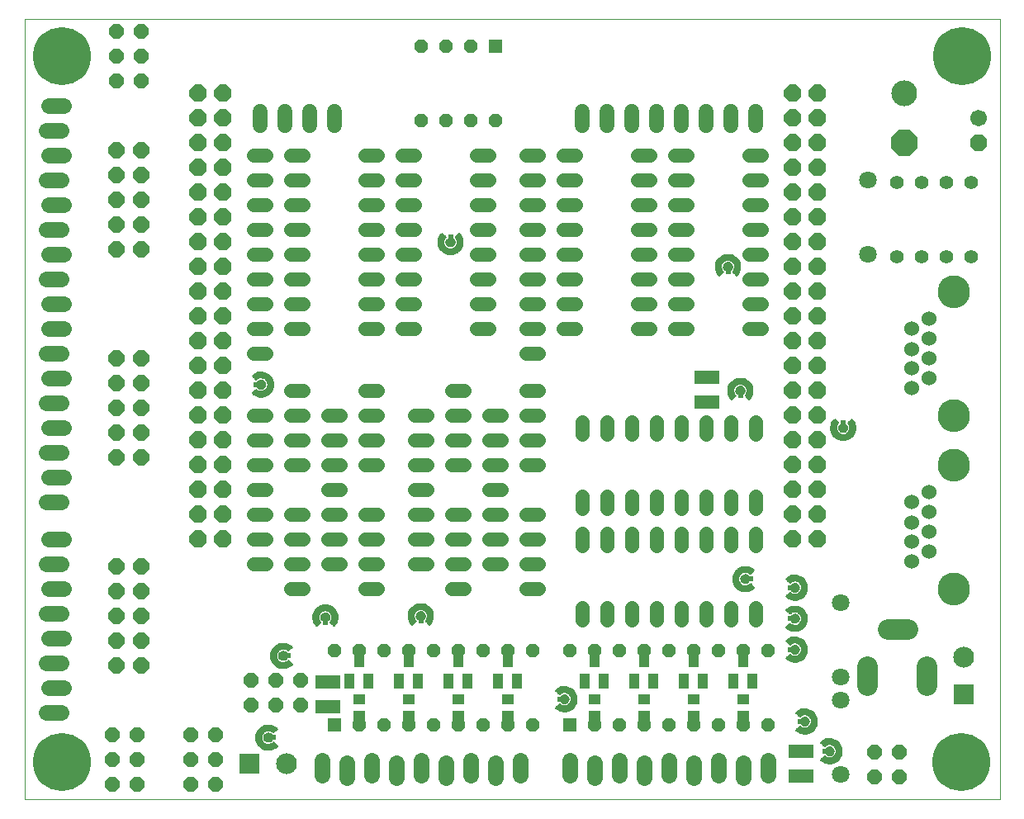
<source format=gbs>
G75*
%MOIN*%
%OFA0B0*%
%FSLAX25Y25*%
%IPPOS*%
%LPD*%
%AMOC8*
5,1,8,0,0,1.08239X$1,22.5*
%
%ADD10C,0.00000*%
%ADD11OC8,0.07000*%
%ADD12C,0.23400*%
%ADD13C,0.08274*%
%ADD14C,0.06000*%
%ADD15C,0.12998*%
%ADD16R,0.05600X0.05600*%
%ADD17OC8,0.05600*%
%ADD18C,0.05600*%
%ADD19C,0.06400*%
%ADD20C,0.10400*%
%ADD21OC8,0.10400*%
%ADD22C,0.07093*%
%ADD23OC8,0.06700*%
%ADD24C,0.06700*%
%ADD25OC8,0.06000*%
%ADD26R,0.04400X0.02400*%
%ADD27R,0.02000X0.03600*%
%ADD28C,0.00500*%
%ADD29R,0.10400X0.05400*%
%ADD30R,0.02400X0.04400*%
%ADD31R,0.03600X0.02000*%
%ADD32C,0.06000*%
%ADD33C,0.05600*%
%ADD34OC8,0.06337*%
%ADD35R,0.04337X0.05912*%
%ADD36R,0.04731X0.04337*%
%ADD37R,0.08400X0.08400*%
%ADD38C,0.08400*%
D10*
X0003000Y0106000D02*
X0003000Y0420961D01*
X0396701Y0420961D01*
X0396701Y0106000D01*
X0003000Y0106000D01*
X0371701Y0191000D02*
X0371703Y0191158D01*
X0371709Y0191316D01*
X0371719Y0191474D01*
X0371733Y0191632D01*
X0371751Y0191789D01*
X0371772Y0191946D01*
X0371798Y0192102D01*
X0371828Y0192258D01*
X0371861Y0192413D01*
X0371899Y0192566D01*
X0371940Y0192719D01*
X0371985Y0192871D01*
X0372034Y0193022D01*
X0372087Y0193171D01*
X0372143Y0193319D01*
X0372203Y0193465D01*
X0372267Y0193610D01*
X0372335Y0193753D01*
X0372406Y0193895D01*
X0372480Y0194035D01*
X0372558Y0194172D01*
X0372640Y0194308D01*
X0372724Y0194442D01*
X0372813Y0194573D01*
X0372904Y0194702D01*
X0372999Y0194829D01*
X0373096Y0194954D01*
X0373197Y0195076D01*
X0373301Y0195195D01*
X0373408Y0195312D01*
X0373518Y0195426D01*
X0373631Y0195537D01*
X0373746Y0195646D01*
X0373864Y0195751D01*
X0373985Y0195853D01*
X0374108Y0195953D01*
X0374234Y0196049D01*
X0374362Y0196142D01*
X0374492Y0196232D01*
X0374625Y0196318D01*
X0374760Y0196402D01*
X0374896Y0196481D01*
X0375035Y0196558D01*
X0375176Y0196630D01*
X0375318Y0196700D01*
X0375462Y0196765D01*
X0375608Y0196827D01*
X0375755Y0196885D01*
X0375904Y0196940D01*
X0376054Y0196991D01*
X0376205Y0197038D01*
X0376357Y0197081D01*
X0376510Y0197120D01*
X0376665Y0197156D01*
X0376820Y0197187D01*
X0376976Y0197215D01*
X0377132Y0197239D01*
X0377289Y0197259D01*
X0377447Y0197275D01*
X0377604Y0197287D01*
X0377763Y0197295D01*
X0377921Y0197299D01*
X0378079Y0197299D01*
X0378237Y0197295D01*
X0378396Y0197287D01*
X0378553Y0197275D01*
X0378711Y0197259D01*
X0378868Y0197239D01*
X0379024Y0197215D01*
X0379180Y0197187D01*
X0379335Y0197156D01*
X0379490Y0197120D01*
X0379643Y0197081D01*
X0379795Y0197038D01*
X0379946Y0196991D01*
X0380096Y0196940D01*
X0380245Y0196885D01*
X0380392Y0196827D01*
X0380538Y0196765D01*
X0380682Y0196700D01*
X0380824Y0196630D01*
X0380965Y0196558D01*
X0381104Y0196481D01*
X0381240Y0196402D01*
X0381375Y0196318D01*
X0381508Y0196232D01*
X0381638Y0196142D01*
X0381766Y0196049D01*
X0381892Y0195953D01*
X0382015Y0195853D01*
X0382136Y0195751D01*
X0382254Y0195646D01*
X0382369Y0195537D01*
X0382482Y0195426D01*
X0382592Y0195312D01*
X0382699Y0195195D01*
X0382803Y0195076D01*
X0382904Y0194954D01*
X0383001Y0194829D01*
X0383096Y0194702D01*
X0383187Y0194573D01*
X0383276Y0194442D01*
X0383360Y0194308D01*
X0383442Y0194172D01*
X0383520Y0194035D01*
X0383594Y0193895D01*
X0383665Y0193753D01*
X0383733Y0193610D01*
X0383797Y0193465D01*
X0383857Y0193319D01*
X0383913Y0193171D01*
X0383966Y0193022D01*
X0384015Y0192871D01*
X0384060Y0192719D01*
X0384101Y0192566D01*
X0384139Y0192413D01*
X0384172Y0192258D01*
X0384202Y0192102D01*
X0384228Y0191946D01*
X0384249Y0191789D01*
X0384267Y0191632D01*
X0384281Y0191474D01*
X0384291Y0191316D01*
X0384297Y0191158D01*
X0384299Y0191000D01*
X0384297Y0190842D01*
X0384291Y0190684D01*
X0384281Y0190526D01*
X0384267Y0190368D01*
X0384249Y0190211D01*
X0384228Y0190054D01*
X0384202Y0189898D01*
X0384172Y0189742D01*
X0384139Y0189587D01*
X0384101Y0189434D01*
X0384060Y0189281D01*
X0384015Y0189129D01*
X0383966Y0188978D01*
X0383913Y0188829D01*
X0383857Y0188681D01*
X0383797Y0188535D01*
X0383733Y0188390D01*
X0383665Y0188247D01*
X0383594Y0188105D01*
X0383520Y0187965D01*
X0383442Y0187828D01*
X0383360Y0187692D01*
X0383276Y0187558D01*
X0383187Y0187427D01*
X0383096Y0187298D01*
X0383001Y0187171D01*
X0382904Y0187046D01*
X0382803Y0186924D01*
X0382699Y0186805D01*
X0382592Y0186688D01*
X0382482Y0186574D01*
X0382369Y0186463D01*
X0382254Y0186354D01*
X0382136Y0186249D01*
X0382015Y0186147D01*
X0381892Y0186047D01*
X0381766Y0185951D01*
X0381638Y0185858D01*
X0381508Y0185768D01*
X0381375Y0185682D01*
X0381240Y0185598D01*
X0381104Y0185519D01*
X0380965Y0185442D01*
X0380824Y0185370D01*
X0380682Y0185300D01*
X0380538Y0185235D01*
X0380392Y0185173D01*
X0380245Y0185115D01*
X0380096Y0185060D01*
X0379946Y0185009D01*
X0379795Y0184962D01*
X0379643Y0184919D01*
X0379490Y0184880D01*
X0379335Y0184844D01*
X0379180Y0184813D01*
X0379024Y0184785D01*
X0378868Y0184761D01*
X0378711Y0184741D01*
X0378553Y0184725D01*
X0378396Y0184713D01*
X0378237Y0184705D01*
X0378079Y0184701D01*
X0377921Y0184701D01*
X0377763Y0184705D01*
X0377604Y0184713D01*
X0377447Y0184725D01*
X0377289Y0184741D01*
X0377132Y0184761D01*
X0376976Y0184785D01*
X0376820Y0184813D01*
X0376665Y0184844D01*
X0376510Y0184880D01*
X0376357Y0184919D01*
X0376205Y0184962D01*
X0376054Y0185009D01*
X0375904Y0185060D01*
X0375755Y0185115D01*
X0375608Y0185173D01*
X0375462Y0185235D01*
X0375318Y0185300D01*
X0375176Y0185370D01*
X0375035Y0185442D01*
X0374896Y0185519D01*
X0374760Y0185598D01*
X0374625Y0185682D01*
X0374492Y0185768D01*
X0374362Y0185858D01*
X0374234Y0185951D01*
X0374108Y0186047D01*
X0373985Y0186147D01*
X0373864Y0186249D01*
X0373746Y0186354D01*
X0373631Y0186463D01*
X0373518Y0186574D01*
X0373408Y0186688D01*
X0373301Y0186805D01*
X0373197Y0186924D01*
X0373096Y0187046D01*
X0372999Y0187171D01*
X0372904Y0187298D01*
X0372813Y0187427D01*
X0372724Y0187558D01*
X0372640Y0187692D01*
X0372558Y0187828D01*
X0372480Y0187965D01*
X0372406Y0188105D01*
X0372335Y0188247D01*
X0372267Y0188390D01*
X0372203Y0188535D01*
X0372143Y0188681D01*
X0372087Y0188829D01*
X0372034Y0188978D01*
X0371985Y0189129D01*
X0371940Y0189281D01*
X0371899Y0189434D01*
X0371861Y0189587D01*
X0371828Y0189742D01*
X0371798Y0189898D01*
X0371772Y0190054D01*
X0371751Y0190211D01*
X0371733Y0190368D01*
X0371719Y0190526D01*
X0371709Y0190684D01*
X0371703Y0190842D01*
X0371701Y0191000D01*
X0371701Y0241000D02*
X0371703Y0241158D01*
X0371709Y0241316D01*
X0371719Y0241474D01*
X0371733Y0241632D01*
X0371751Y0241789D01*
X0371772Y0241946D01*
X0371798Y0242102D01*
X0371828Y0242258D01*
X0371861Y0242413D01*
X0371899Y0242566D01*
X0371940Y0242719D01*
X0371985Y0242871D01*
X0372034Y0243022D01*
X0372087Y0243171D01*
X0372143Y0243319D01*
X0372203Y0243465D01*
X0372267Y0243610D01*
X0372335Y0243753D01*
X0372406Y0243895D01*
X0372480Y0244035D01*
X0372558Y0244172D01*
X0372640Y0244308D01*
X0372724Y0244442D01*
X0372813Y0244573D01*
X0372904Y0244702D01*
X0372999Y0244829D01*
X0373096Y0244954D01*
X0373197Y0245076D01*
X0373301Y0245195D01*
X0373408Y0245312D01*
X0373518Y0245426D01*
X0373631Y0245537D01*
X0373746Y0245646D01*
X0373864Y0245751D01*
X0373985Y0245853D01*
X0374108Y0245953D01*
X0374234Y0246049D01*
X0374362Y0246142D01*
X0374492Y0246232D01*
X0374625Y0246318D01*
X0374760Y0246402D01*
X0374896Y0246481D01*
X0375035Y0246558D01*
X0375176Y0246630D01*
X0375318Y0246700D01*
X0375462Y0246765D01*
X0375608Y0246827D01*
X0375755Y0246885D01*
X0375904Y0246940D01*
X0376054Y0246991D01*
X0376205Y0247038D01*
X0376357Y0247081D01*
X0376510Y0247120D01*
X0376665Y0247156D01*
X0376820Y0247187D01*
X0376976Y0247215D01*
X0377132Y0247239D01*
X0377289Y0247259D01*
X0377447Y0247275D01*
X0377604Y0247287D01*
X0377763Y0247295D01*
X0377921Y0247299D01*
X0378079Y0247299D01*
X0378237Y0247295D01*
X0378396Y0247287D01*
X0378553Y0247275D01*
X0378711Y0247259D01*
X0378868Y0247239D01*
X0379024Y0247215D01*
X0379180Y0247187D01*
X0379335Y0247156D01*
X0379490Y0247120D01*
X0379643Y0247081D01*
X0379795Y0247038D01*
X0379946Y0246991D01*
X0380096Y0246940D01*
X0380245Y0246885D01*
X0380392Y0246827D01*
X0380538Y0246765D01*
X0380682Y0246700D01*
X0380824Y0246630D01*
X0380965Y0246558D01*
X0381104Y0246481D01*
X0381240Y0246402D01*
X0381375Y0246318D01*
X0381508Y0246232D01*
X0381638Y0246142D01*
X0381766Y0246049D01*
X0381892Y0245953D01*
X0382015Y0245853D01*
X0382136Y0245751D01*
X0382254Y0245646D01*
X0382369Y0245537D01*
X0382482Y0245426D01*
X0382592Y0245312D01*
X0382699Y0245195D01*
X0382803Y0245076D01*
X0382904Y0244954D01*
X0383001Y0244829D01*
X0383096Y0244702D01*
X0383187Y0244573D01*
X0383276Y0244442D01*
X0383360Y0244308D01*
X0383442Y0244172D01*
X0383520Y0244035D01*
X0383594Y0243895D01*
X0383665Y0243753D01*
X0383733Y0243610D01*
X0383797Y0243465D01*
X0383857Y0243319D01*
X0383913Y0243171D01*
X0383966Y0243022D01*
X0384015Y0242871D01*
X0384060Y0242719D01*
X0384101Y0242566D01*
X0384139Y0242413D01*
X0384172Y0242258D01*
X0384202Y0242102D01*
X0384228Y0241946D01*
X0384249Y0241789D01*
X0384267Y0241632D01*
X0384281Y0241474D01*
X0384291Y0241316D01*
X0384297Y0241158D01*
X0384299Y0241000D01*
X0384297Y0240842D01*
X0384291Y0240684D01*
X0384281Y0240526D01*
X0384267Y0240368D01*
X0384249Y0240211D01*
X0384228Y0240054D01*
X0384202Y0239898D01*
X0384172Y0239742D01*
X0384139Y0239587D01*
X0384101Y0239434D01*
X0384060Y0239281D01*
X0384015Y0239129D01*
X0383966Y0238978D01*
X0383913Y0238829D01*
X0383857Y0238681D01*
X0383797Y0238535D01*
X0383733Y0238390D01*
X0383665Y0238247D01*
X0383594Y0238105D01*
X0383520Y0237965D01*
X0383442Y0237828D01*
X0383360Y0237692D01*
X0383276Y0237558D01*
X0383187Y0237427D01*
X0383096Y0237298D01*
X0383001Y0237171D01*
X0382904Y0237046D01*
X0382803Y0236924D01*
X0382699Y0236805D01*
X0382592Y0236688D01*
X0382482Y0236574D01*
X0382369Y0236463D01*
X0382254Y0236354D01*
X0382136Y0236249D01*
X0382015Y0236147D01*
X0381892Y0236047D01*
X0381766Y0235951D01*
X0381638Y0235858D01*
X0381508Y0235768D01*
X0381375Y0235682D01*
X0381240Y0235598D01*
X0381104Y0235519D01*
X0380965Y0235442D01*
X0380824Y0235370D01*
X0380682Y0235300D01*
X0380538Y0235235D01*
X0380392Y0235173D01*
X0380245Y0235115D01*
X0380096Y0235060D01*
X0379946Y0235009D01*
X0379795Y0234962D01*
X0379643Y0234919D01*
X0379490Y0234880D01*
X0379335Y0234844D01*
X0379180Y0234813D01*
X0379024Y0234785D01*
X0378868Y0234761D01*
X0378711Y0234741D01*
X0378553Y0234725D01*
X0378396Y0234713D01*
X0378237Y0234705D01*
X0378079Y0234701D01*
X0377921Y0234701D01*
X0377763Y0234705D01*
X0377604Y0234713D01*
X0377447Y0234725D01*
X0377289Y0234741D01*
X0377132Y0234761D01*
X0376976Y0234785D01*
X0376820Y0234813D01*
X0376665Y0234844D01*
X0376510Y0234880D01*
X0376357Y0234919D01*
X0376205Y0234962D01*
X0376054Y0235009D01*
X0375904Y0235060D01*
X0375755Y0235115D01*
X0375608Y0235173D01*
X0375462Y0235235D01*
X0375318Y0235300D01*
X0375176Y0235370D01*
X0375035Y0235442D01*
X0374896Y0235519D01*
X0374760Y0235598D01*
X0374625Y0235682D01*
X0374492Y0235768D01*
X0374362Y0235858D01*
X0374234Y0235951D01*
X0374108Y0236047D01*
X0373985Y0236147D01*
X0373864Y0236249D01*
X0373746Y0236354D01*
X0373631Y0236463D01*
X0373518Y0236574D01*
X0373408Y0236688D01*
X0373301Y0236805D01*
X0373197Y0236924D01*
X0373096Y0237046D01*
X0372999Y0237171D01*
X0372904Y0237298D01*
X0372813Y0237427D01*
X0372724Y0237558D01*
X0372640Y0237692D01*
X0372558Y0237828D01*
X0372480Y0237965D01*
X0372406Y0238105D01*
X0372335Y0238247D01*
X0372267Y0238390D01*
X0372203Y0238535D01*
X0372143Y0238681D01*
X0372087Y0238829D01*
X0372034Y0238978D01*
X0371985Y0239129D01*
X0371940Y0239281D01*
X0371899Y0239434D01*
X0371861Y0239587D01*
X0371828Y0239742D01*
X0371798Y0239898D01*
X0371772Y0240054D01*
X0371751Y0240211D01*
X0371733Y0240368D01*
X0371719Y0240526D01*
X0371709Y0240684D01*
X0371703Y0240842D01*
X0371701Y0241000D01*
X0371701Y0261000D02*
X0371703Y0261158D01*
X0371709Y0261316D01*
X0371719Y0261474D01*
X0371733Y0261632D01*
X0371751Y0261789D01*
X0371772Y0261946D01*
X0371798Y0262102D01*
X0371828Y0262258D01*
X0371861Y0262413D01*
X0371899Y0262566D01*
X0371940Y0262719D01*
X0371985Y0262871D01*
X0372034Y0263022D01*
X0372087Y0263171D01*
X0372143Y0263319D01*
X0372203Y0263465D01*
X0372267Y0263610D01*
X0372335Y0263753D01*
X0372406Y0263895D01*
X0372480Y0264035D01*
X0372558Y0264172D01*
X0372640Y0264308D01*
X0372724Y0264442D01*
X0372813Y0264573D01*
X0372904Y0264702D01*
X0372999Y0264829D01*
X0373096Y0264954D01*
X0373197Y0265076D01*
X0373301Y0265195D01*
X0373408Y0265312D01*
X0373518Y0265426D01*
X0373631Y0265537D01*
X0373746Y0265646D01*
X0373864Y0265751D01*
X0373985Y0265853D01*
X0374108Y0265953D01*
X0374234Y0266049D01*
X0374362Y0266142D01*
X0374492Y0266232D01*
X0374625Y0266318D01*
X0374760Y0266402D01*
X0374896Y0266481D01*
X0375035Y0266558D01*
X0375176Y0266630D01*
X0375318Y0266700D01*
X0375462Y0266765D01*
X0375608Y0266827D01*
X0375755Y0266885D01*
X0375904Y0266940D01*
X0376054Y0266991D01*
X0376205Y0267038D01*
X0376357Y0267081D01*
X0376510Y0267120D01*
X0376665Y0267156D01*
X0376820Y0267187D01*
X0376976Y0267215D01*
X0377132Y0267239D01*
X0377289Y0267259D01*
X0377447Y0267275D01*
X0377604Y0267287D01*
X0377763Y0267295D01*
X0377921Y0267299D01*
X0378079Y0267299D01*
X0378237Y0267295D01*
X0378396Y0267287D01*
X0378553Y0267275D01*
X0378711Y0267259D01*
X0378868Y0267239D01*
X0379024Y0267215D01*
X0379180Y0267187D01*
X0379335Y0267156D01*
X0379490Y0267120D01*
X0379643Y0267081D01*
X0379795Y0267038D01*
X0379946Y0266991D01*
X0380096Y0266940D01*
X0380245Y0266885D01*
X0380392Y0266827D01*
X0380538Y0266765D01*
X0380682Y0266700D01*
X0380824Y0266630D01*
X0380965Y0266558D01*
X0381104Y0266481D01*
X0381240Y0266402D01*
X0381375Y0266318D01*
X0381508Y0266232D01*
X0381638Y0266142D01*
X0381766Y0266049D01*
X0381892Y0265953D01*
X0382015Y0265853D01*
X0382136Y0265751D01*
X0382254Y0265646D01*
X0382369Y0265537D01*
X0382482Y0265426D01*
X0382592Y0265312D01*
X0382699Y0265195D01*
X0382803Y0265076D01*
X0382904Y0264954D01*
X0383001Y0264829D01*
X0383096Y0264702D01*
X0383187Y0264573D01*
X0383276Y0264442D01*
X0383360Y0264308D01*
X0383442Y0264172D01*
X0383520Y0264035D01*
X0383594Y0263895D01*
X0383665Y0263753D01*
X0383733Y0263610D01*
X0383797Y0263465D01*
X0383857Y0263319D01*
X0383913Y0263171D01*
X0383966Y0263022D01*
X0384015Y0262871D01*
X0384060Y0262719D01*
X0384101Y0262566D01*
X0384139Y0262413D01*
X0384172Y0262258D01*
X0384202Y0262102D01*
X0384228Y0261946D01*
X0384249Y0261789D01*
X0384267Y0261632D01*
X0384281Y0261474D01*
X0384291Y0261316D01*
X0384297Y0261158D01*
X0384299Y0261000D01*
X0384297Y0260842D01*
X0384291Y0260684D01*
X0384281Y0260526D01*
X0384267Y0260368D01*
X0384249Y0260211D01*
X0384228Y0260054D01*
X0384202Y0259898D01*
X0384172Y0259742D01*
X0384139Y0259587D01*
X0384101Y0259434D01*
X0384060Y0259281D01*
X0384015Y0259129D01*
X0383966Y0258978D01*
X0383913Y0258829D01*
X0383857Y0258681D01*
X0383797Y0258535D01*
X0383733Y0258390D01*
X0383665Y0258247D01*
X0383594Y0258105D01*
X0383520Y0257965D01*
X0383442Y0257828D01*
X0383360Y0257692D01*
X0383276Y0257558D01*
X0383187Y0257427D01*
X0383096Y0257298D01*
X0383001Y0257171D01*
X0382904Y0257046D01*
X0382803Y0256924D01*
X0382699Y0256805D01*
X0382592Y0256688D01*
X0382482Y0256574D01*
X0382369Y0256463D01*
X0382254Y0256354D01*
X0382136Y0256249D01*
X0382015Y0256147D01*
X0381892Y0256047D01*
X0381766Y0255951D01*
X0381638Y0255858D01*
X0381508Y0255768D01*
X0381375Y0255682D01*
X0381240Y0255598D01*
X0381104Y0255519D01*
X0380965Y0255442D01*
X0380824Y0255370D01*
X0380682Y0255300D01*
X0380538Y0255235D01*
X0380392Y0255173D01*
X0380245Y0255115D01*
X0380096Y0255060D01*
X0379946Y0255009D01*
X0379795Y0254962D01*
X0379643Y0254919D01*
X0379490Y0254880D01*
X0379335Y0254844D01*
X0379180Y0254813D01*
X0379024Y0254785D01*
X0378868Y0254761D01*
X0378711Y0254741D01*
X0378553Y0254725D01*
X0378396Y0254713D01*
X0378237Y0254705D01*
X0378079Y0254701D01*
X0377921Y0254701D01*
X0377763Y0254705D01*
X0377604Y0254713D01*
X0377447Y0254725D01*
X0377289Y0254741D01*
X0377132Y0254761D01*
X0376976Y0254785D01*
X0376820Y0254813D01*
X0376665Y0254844D01*
X0376510Y0254880D01*
X0376357Y0254919D01*
X0376205Y0254962D01*
X0376054Y0255009D01*
X0375904Y0255060D01*
X0375755Y0255115D01*
X0375608Y0255173D01*
X0375462Y0255235D01*
X0375318Y0255300D01*
X0375176Y0255370D01*
X0375035Y0255442D01*
X0374896Y0255519D01*
X0374760Y0255598D01*
X0374625Y0255682D01*
X0374492Y0255768D01*
X0374362Y0255858D01*
X0374234Y0255951D01*
X0374108Y0256047D01*
X0373985Y0256147D01*
X0373864Y0256249D01*
X0373746Y0256354D01*
X0373631Y0256463D01*
X0373518Y0256574D01*
X0373408Y0256688D01*
X0373301Y0256805D01*
X0373197Y0256924D01*
X0373096Y0257046D01*
X0372999Y0257171D01*
X0372904Y0257298D01*
X0372813Y0257427D01*
X0372724Y0257558D01*
X0372640Y0257692D01*
X0372558Y0257828D01*
X0372480Y0257965D01*
X0372406Y0258105D01*
X0372335Y0258247D01*
X0372267Y0258390D01*
X0372203Y0258535D01*
X0372143Y0258681D01*
X0372087Y0258829D01*
X0372034Y0258978D01*
X0371985Y0259129D01*
X0371940Y0259281D01*
X0371899Y0259434D01*
X0371861Y0259587D01*
X0371828Y0259742D01*
X0371798Y0259898D01*
X0371772Y0260054D01*
X0371751Y0260211D01*
X0371733Y0260368D01*
X0371719Y0260526D01*
X0371709Y0260684D01*
X0371703Y0260842D01*
X0371701Y0261000D01*
X0371701Y0311000D02*
X0371703Y0311158D01*
X0371709Y0311316D01*
X0371719Y0311474D01*
X0371733Y0311632D01*
X0371751Y0311789D01*
X0371772Y0311946D01*
X0371798Y0312102D01*
X0371828Y0312258D01*
X0371861Y0312413D01*
X0371899Y0312566D01*
X0371940Y0312719D01*
X0371985Y0312871D01*
X0372034Y0313022D01*
X0372087Y0313171D01*
X0372143Y0313319D01*
X0372203Y0313465D01*
X0372267Y0313610D01*
X0372335Y0313753D01*
X0372406Y0313895D01*
X0372480Y0314035D01*
X0372558Y0314172D01*
X0372640Y0314308D01*
X0372724Y0314442D01*
X0372813Y0314573D01*
X0372904Y0314702D01*
X0372999Y0314829D01*
X0373096Y0314954D01*
X0373197Y0315076D01*
X0373301Y0315195D01*
X0373408Y0315312D01*
X0373518Y0315426D01*
X0373631Y0315537D01*
X0373746Y0315646D01*
X0373864Y0315751D01*
X0373985Y0315853D01*
X0374108Y0315953D01*
X0374234Y0316049D01*
X0374362Y0316142D01*
X0374492Y0316232D01*
X0374625Y0316318D01*
X0374760Y0316402D01*
X0374896Y0316481D01*
X0375035Y0316558D01*
X0375176Y0316630D01*
X0375318Y0316700D01*
X0375462Y0316765D01*
X0375608Y0316827D01*
X0375755Y0316885D01*
X0375904Y0316940D01*
X0376054Y0316991D01*
X0376205Y0317038D01*
X0376357Y0317081D01*
X0376510Y0317120D01*
X0376665Y0317156D01*
X0376820Y0317187D01*
X0376976Y0317215D01*
X0377132Y0317239D01*
X0377289Y0317259D01*
X0377447Y0317275D01*
X0377604Y0317287D01*
X0377763Y0317295D01*
X0377921Y0317299D01*
X0378079Y0317299D01*
X0378237Y0317295D01*
X0378396Y0317287D01*
X0378553Y0317275D01*
X0378711Y0317259D01*
X0378868Y0317239D01*
X0379024Y0317215D01*
X0379180Y0317187D01*
X0379335Y0317156D01*
X0379490Y0317120D01*
X0379643Y0317081D01*
X0379795Y0317038D01*
X0379946Y0316991D01*
X0380096Y0316940D01*
X0380245Y0316885D01*
X0380392Y0316827D01*
X0380538Y0316765D01*
X0380682Y0316700D01*
X0380824Y0316630D01*
X0380965Y0316558D01*
X0381104Y0316481D01*
X0381240Y0316402D01*
X0381375Y0316318D01*
X0381508Y0316232D01*
X0381638Y0316142D01*
X0381766Y0316049D01*
X0381892Y0315953D01*
X0382015Y0315853D01*
X0382136Y0315751D01*
X0382254Y0315646D01*
X0382369Y0315537D01*
X0382482Y0315426D01*
X0382592Y0315312D01*
X0382699Y0315195D01*
X0382803Y0315076D01*
X0382904Y0314954D01*
X0383001Y0314829D01*
X0383096Y0314702D01*
X0383187Y0314573D01*
X0383276Y0314442D01*
X0383360Y0314308D01*
X0383442Y0314172D01*
X0383520Y0314035D01*
X0383594Y0313895D01*
X0383665Y0313753D01*
X0383733Y0313610D01*
X0383797Y0313465D01*
X0383857Y0313319D01*
X0383913Y0313171D01*
X0383966Y0313022D01*
X0384015Y0312871D01*
X0384060Y0312719D01*
X0384101Y0312566D01*
X0384139Y0312413D01*
X0384172Y0312258D01*
X0384202Y0312102D01*
X0384228Y0311946D01*
X0384249Y0311789D01*
X0384267Y0311632D01*
X0384281Y0311474D01*
X0384291Y0311316D01*
X0384297Y0311158D01*
X0384299Y0311000D01*
X0384297Y0310842D01*
X0384291Y0310684D01*
X0384281Y0310526D01*
X0384267Y0310368D01*
X0384249Y0310211D01*
X0384228Y0310054D01*
X0384202Y0309898D01*
X0384172Y0309742D01*
X0384139Y0309587D01*
X0384101Y0309434D01*
X0384060Y0309281D01*
X0384015Y0309129D01*
X0383966Y0308978D01*
X0383913Y0308829D01*
X0383857Y0308681D01*
X0383797Y0308535D01*
X0383733Y0308390D01*
X0383665Y0308247D01*
X0383594Y0308105D01*
X0383520Y0307965D01*
X0383442Y0307828D01*
X0383360Y0307692D01*
X0383276Y0307558D01*
X0383187Y0307427D01*
X0383096Y0307298D01*
X0383001Y0307171D01*
X0382904Y0307046D01*
X0382803Y0306924D01*
X0382699Y0306805D01*
X0382592Y0306688D01*
X0382482Y0306574D01*
X0382369Y0306463D01*
X0382254Y0306354D01*
X0382136Y0306249D01*
X0382015Y0306147D01*
X0381892Y0306047D01*
X0381766Y0305951D01*
X0381638Y0305858D01*
X0381508Y0305768D01*
X0381375Y0305682D01*
X0381240Y0305598D01*
X0381104Y0305519D01*
X0380965Y0305442D01*
X0380824Y0305370D01*
X0380682Y0305300D01*
X0380538Y0305235D01*
X0380392Y0305173D01*
X0380245Y0305115D01*
X0380096Y0305060D01*
X0379946Y0305009D01*
X0379795Y0304962D01*
X0379643Y0304919D01*
X0379490Y0304880D01*
X0379335Y0304844D01*
X0379180Y0304813D01*
X0379024Y0304785D01*
X0378868Y0304761D01*
X0378711Y0304741D01*
X0378553Y0304725D01*
X0378396Y0304713D01*
X0378237Y0304705D01*
X0378079Y0304701D01*
X0377921Y0304701D01*
X0377763Y0304705D01*
X0377604Y0304713D01*
X0377447Y0304725D01*
X0377289Y0304741D01*
X0377132Y0304761D01*
X0376976Y0304785D01*
X0376820Y0304813D01*
X0376665Y0304844D01*
X0376510Y0304880D01*
X0376357Y0304919D01*
X0376205Y0304962D01*
X0376054Y0305009D01*
X0375904Y0305060D01*
X0375755Y0305115D01*
X0375608Y0305173D01*
X0375462Y0305235D01*
X0375318Y0305300D01*
X0375176Y0305370D01*
X0375035Y0305442D01*
X0374896Y0305519D01*
X0374760Y0305598D01*
X0374625Y0305682D01*
X0374492Y0305768D01*
X0374362Y0305858D01*
X0374234Y0305951D01*
X0374108Y0306047D01*
X0373985Y0306147D01*
X0373864Y0306249D01*
X0373746Y0306354D01*
X0373631Y0306463D01*
X0373518Y0306574D01*
X0373408Y0306688D01*
X0373301Y0306805D01*
X0373197Y0306924D01*
X0373096Y0307046D01*
X0372999Y0307171D01*
X0372904Y0307298D01*
X0372813Y0307427D01*
X0372724Y0307558D01*
X0372640Y0307692D01*
X0372558Y0307828D01*
X0372480Y0307965D01*
X0372406Y0308105D01*
X0372335Y0308247D01*
X0372267Y0308390D01*
X0372203Y0308535D01*
X0372143Y0308681D01*
X0372087Y0308829D01*
X0372034Y0308978D01*
X0371985Y0309129D01*
X0371940Y0309281D01*
X0371899Y0309434D01*
X0371861Y0309587D01*
X0371828Y0309742D01*
X0371798Y0309898D01*
X0371772Y0310054D01*
X0371751Y0310211D01*
X0371733Y0310368D01*
X0371719Y0310526D01*
X0371709Y0310684D01*
X0371703Y0310842D01*
X0371701Y0311000D01*
D11*
X0323000Y0311000D03*
X0323000Y0301000D03*
X0323000Y0291000D03*
X0323000Y0281000D03*
X0323000Y0271000D03*
X0323000Y0261000D03*
X0323000Y0251000D03*
X0323000Y0241000D03*
X0323000Y0231000D03*
X0323000Y0221000D03*
X0323000Y0211000D03*
X0313000Y0211000D03*
X0313000Y0221000D03*
X0313000Y0231000D03*
X0313000Y0241000D03*
X0313000Y0251000D03*
X0313000Y0261000D03*
X0313000Y0271000D03*
X0313000Y0281000D03*
X0313000Y0291000D03*
X0313000Y0301000D03*
X0313000Y0311000D03*
X0313000Y0321000D03*
X0313000Y0331000D03*
X0313000Y0341000D03*
X0313000Y0351000D03*
X0313000Y0361000D03*
X0313000Y0371000D03*
X0313000Y0381000D03*
X0313000Y0391000D03*
X0323000Y0391000D03*
X0323000Y0381000D03*
X0323000Y0371000D03*
X0323000Y0361000D03*
X0323000Y0351000D03*
X0323000Y0341000D03*
X0323000Y0331000D03*
X0323000Y0321000D03*
X0083000Y0321000D03*
X0083000Y0311000D03*
X0083000Y0301000D03*
X0083000Y0291000D03*
X0083000Y0281000D03*
X0083000Y0271000D03*
X0083000Y0261000D03*
X0083000Y0251000D03*
X0083000Y0241000D03*
X0083000Y0231000D03*
X0083000Y0221000D03*
X0083000Y0211000D03*
X0073000Y0211000D03*
X0073000Y0221000D03*
X0073000Y0231000D03*
X0073000Y0241000D03*
X0073000Y0251000D03*
X0073000Y0261000D03*
X0073000Y0271000D03*
X0073000Y0281000D03*
X0073000Y0291000D03*
X0073000Y0301000D03*
X0073000Y0311000D03*
X0073000Y0321000D03*
X0073000Y0331000D03*
X0073000Y0341000D03*
X0073000Y0351000D03*
X0073000Y0361000D03*
X0073000Y0371000D03*
X0073000Y0381000D03*
X0073000Y0391000D03*
X0083000Y0391000D03*
X0083000Y0381000D03*
X0083000Y0371000D03*
X0083000Y0361000D03*
X0083000Y0351000D03*
X0083000Y0341000D03*
X0083000Y0331000D03*
D12*
X0018000Y0406000D03*
X0018000Y0121000D03*
X0381000Y0121000D03*
X0381500Y0406000D03*
D13*
X0359437Y0174898D02*
X0351563Y0174898D01*
X0343295Y0159937D02*
X0343295Y0152063D01*
X0367311Y0152063D02*
X0367311Y0159937D01*
D14*
X0360992Y0202004D03*
X0360992Y0210035D03*
X0360992Y0217949D03*
X0360992Y0225980D03*
X0368000Y0221965D03*
X0368000Y0214051D03*
X0368000Y0206020D03*
X0368000Y0229996D03*
X0360992Y0272004D03*
X0360992Y0280035D03*
X0360992Y0287949D03*
X0368000Y0284051D03*
X0368000Y0276020D03*
X0368000Y0291965D03*
X0368000Y0299996D03*
X0360992Y0295980D03*
D15*
X0378000Y0311000D03*
X0378000Y0261000D03*
X0378000Y0241000D03*
X0378000Y0191000D03*
D16*
X0223000Y0136000D03*
X0128000Y0136000D03*
X0193000Y0410000D03*
D17*
X0183000Y0410000D03*
X0173000Y0410000D03*
X0163000Y0410000D03*
X0163000Y0380000D03*
X0173000Y0380000D03*
X0183000Y0380000D03*
X0193000Y0380000D03*
X0188000Y0166000D03*
X0198000Y0166000D03*
X0208000Y0166000D03*
X0223000Y0166000D03*
X0233000Y0166000D03*
X0243000Y0166000D03*
X0253000Y0166000D03*
X0263000Y0166000D03*
X0273000Y0166000D03*
X0283000Y0166000D03*
X0293000Y0166000D03*
X0303000Y0166000D03*
X0303000Y0136000D03*
X0293000Y0136000D03*
X0283000Y0136000D03*
X0273000Y0136000D03*
X0263000Y0136000D03*
X0253000Y0136000D03*
X0243000Y0136000D03*
X0233000Y0136000D03*
X0208000Y0136000D03*
X0198000Y0136000D03*
X0188000Y0136000D03*
X0178000Y0136000D03*
X0168000Y0136000D03*
X0158000Y0136000D03*
X0148000Y0136000D03*
X0138000Y0136000D03*
X0138000Y0166000D03*
X0128000Y0166000D03*
X0148000Y0166000D03*
X0158000Y0166000D03*
X0168000Y0166000D03*
X0178000Y0166000D03*
D18*
X0180600Y0191000D02*
X0175400Y0191000D01*
X0175400Y0201000D02*
X0180600Y0201000D01*
X0190400Y0201000D02*
X0195600Y0201000D01*
X0195600Y0211000D02*
X0190400Y0211000D01*
X0180600Y0211000D02*
X0175400Y0211000D01*
X0165600Y0211000D02*
X0160400Y0211000D01*
X0160400Y0201000D02*
X0165600Y0201000D01*
X0165600Y0221000D02*
X0160400Y0221000D01*
X0160400Y0231000D02*
X0165600Y0231000D01*
X0165600Y0241000D02*
X0160400Y0241000D01*
X0160400Y0251000D02*
X0165600Y0251000D01*
X0175400Y0251000D02*
X0180600Y0251000D01*
X0190400Y0251000D02*
X0195600Y0251000D01*
X0195600Y0241000D02*
X0190400Y0241000D01*
X0180600Y0241000D02*
X0175400Y0241000D01*
X0190400Y0231000D02*
X0195600Y0231000D01*
X0195600Y0221000D02*
X0190400Y0221000D01*
X0180600Y0221000D02*
X0175400Y0221000D01*
X0145600Y0221000D02*
X0140400Y0221000D01*
X0140400Y0211000D02*
X0145600Y0211000D01*
X0145600Y0201000D02*
X0140400Y0201000D01*
X0140400Y0191000D02*
X0145600Y0191000D01*
X0130600Y0201000D02*
X0125400Y0201000D01*
X0125400Y0211000D02*
X0130600Y0211000D01*
X0130600Y0221000D02*
X0125400Y0221000D01*
X0125400Y0231000D02*
X0130600Y0231000D01*
X0130600Y0241000D02*
X0125400Y0241000D01*
X0125400Y0251000D02*
X0130600Y0251000D01*
X0130600Y0261000D02*
X0125400Y0261000D01*
X0115600Y0261000D02*
X0110400Y0261000D01*
X0100600Y0261000D02*
X0095400Y0261000D01*
X0095400Y0251000D02*
X0100600Y0251000D01*
X0110400Y0251000D02*
X0115600Y0251000D01*
X0115600Y0241000D02*
X0110400Y0241000D01*
X0100600Y0241000D02*
X0095400Y0241000D01*
X0095400Y0231000D02*
X0100600Y0231000D01*
X0100600Y0221000D02*
X0095400Y0221000D01*
X0095400Y0211000D02*
X0100600Y0211000D01*
X0110400Y0211000D02*
X0115600Y0211000D01*
X0115600Y0201000D02*
X0110400Y0201000D01*
X0100600Y0201000D02*
X0095400Y0201000D01*
X0110400Y0191000D02*
X0115600Y0191000D01*
X0115600Y0221000D02*
X0110400Y0221000D01*
X0140400Y0241000D02*
X0145600Y0241000D01*
X0145600Y0251000D02*
X0140400Y0251000D01*
X0140400Y0261000D02*
X0145600Y0261000D01*
X0145600Y0271000D02*
X0140400Y0271000D01*
X0160400Y0261000D02*
X0165600Y0261000D01*
X0175400Y0261000D02*
X0180600Y0261000D01*
X0190400Y0261000D02*
X0195600Y0261000D01*
X0205400Y0261000D02*
X0210600Y0261000D01*
X0210600Y0251000D02*
X0205400Y0251000D01*
X0205400Y0241000D02*
X0210600Y0241000D01*
X0210600Y0221000D02*
X0205400Y0221000D01*
X0205400Y0211000D02*
X0210600Y0211000D01*
X0210600Y0201000D02*
X0205400Y0201000D01*
X0205400Y0191000D02*
X0210600Y0191000D01*
X0228000Y0183600D02*
X0228000Y0178400D01*
X0238000Y0178400D02*
X0238000Y0183600D01*
X0248000Y0183600D02*
X0248000Y0178400D01*
X0258000Y0178400D02*
X0258000Y0183600D01*
X0268000Y0183600D02*
X0268000Y0178400D01*
X0278000Y0178400D02*
X0278000Y0183600D01*
X0288000Y0183600D02*
X0288000Y0178400D01*
X0298000Y0178400D02*
X0298000Y0183600D01*
X0298000Y0208400D02*
X0298000Y0213600D01*
X0298000Y0223400D02*
X0298000Y0228600D01*
X0288000Y0228600D02*
X0288000Y0223400D01*
X0288000Y0213600D02*
X0288000Y0208400D01*
X0278000Y0208400D02*
X0278000Y0213600D01*
X0278000Y0223400D02*
X0278000Y0228600D01*
X0268000Y0228600D02*
X0268000Y0223400D01*
X0268000Y0213600D02*
X0268000Y0208400D01*
X0258000Y0208400D02*
X0258000Y0213600D01*
X0258000Y0223400D02*
X0258000Y0228600D01*
X0248000Y0228600D02*
X0248000Y0223400D01*
X0248000Y0213600D02*
X0248000Y0208400D01*
X0238000Y0208400D02*
X0238000Y0213600D01*
X0238000Y0223400D02*
X0238000Y0228600D01*
X0228000Y0228600D02*
X0228000Y0223400D01*
X0228000Y0213600D02*
X0228000Y0208400D01*
X0228000Y0253400D02*
X0228000Y0258600D01*
X0238000Y0258600D02*
X0238000Y0253400D01*
X0248000Y0253400D02*
X0248000Y0258600D01*
X0258000Y0258600D02*
X0258000Y0253400D01*
X0268000Y0253400D02*
X0268000Y0258600D01*
X0278000Y0258600D02*
X0278000Y0253400D01*
X0288000Y0253400D02*
X0288000Y0258600D01*
X0298000Y0258600D02*
X0298000Y0253400D01*
X0295400Y0296000D02*
X0300600Y0296000D01*
X0300600Y0306000D02*
X0295400Y0306000D01*
X0295400Y0316000D02*
X0300600Y0316000D01*
X0300600Y0326000D02*
X0295400Y0326000D01*
X0295400Y0336000D02*
X0300600Y0336000D01*
X0300600Y0346000D02*
X0295400Y0346000D01*
X0295400Y0356000D02*
X0300600Y0356000D01*
X0300600Y0366000D02*
X0295400Y0366000D01*
X0270600Y0366000D02*
X0265400Y0366000D01*
X0265400Y0356000D02*
X0270600Y0356000D01*
X0270600Y0346000D02*
X0265400Y0346000D01*
X0265400Y0336000D02*
X0270600Y0336000D01*
X0270600Y0326000D02*
X0265400Y0326000D01*
X0265400Y0316000D02*
X0270600Y0316000D01*
X0270600Y0306000D02*
X0265400Y0306000D01*
X0265400Y0296000D02*
X0270600Y0296000D01*
X0255600Y0296000D02*
X0250400Y0296000D01*
X0250400Y0306000D02*
X0255600Y0306000D01*
X0255600Y0316000D02*
X0250400Y0316000D01*
X0250400Y0326000D02*
X0255600Y0326000D01*
X0255600Y0336000D02*
X0250400Y0336000D01*
X0250400Y0346000D02*
X0255600Y0346000D01*
X0255600Y0356000D02*
X0250400Y0356000D01*
X0250400Y0366000D02*
X0255600Y0366000D01*
X0225600Y0366000D02*
X0220400Y0366000D01*
X0220400Y0356000D02*
X0225600Y0356000D01*
X0225600Y0346000D02*
X0220400Y0346000D01*
X0220400Y0336000D02*
X0225600Y0336000D01*
X0225600Y0326000D02*
X0220400Y0326000D01*
X0220400Y0316000D02*
X0225600Y0316000D01*
X0225600Y0306000D02*
X0220400Y0306000D01*
X0220400Y0296000D02*
X0225600Y0296000D01*
X0210600Y0296000D02*
X0205400Y0296000D01*
X0205400Y0286000D02*
X0210600Y0286000D01*
X0210600Y0271000D02*
X0205400Y0271000D01*
X0190600Y0296000D02*
X0185400Y0296000D01*
X0185400Y0306000D02*
X0190600Y0306000D01*
X0190600Y0316000D02*
X0185400Y0316000D01*
X0185400Y0326000D02*
X0190600Y0326000D01*
X0190600Y0336000D02*
X0185400Y0336000D01*
X0185400Y0346000D02*
X0190600Y0346000D01*
X0190600Y0356000D02*
X0185400Y0356000D01*
X0185400Y0366000D02*
X0190600Y0366000D01*
X0205400Y0366000D02*
X0210600Y0366000D01*
X0210600Y0356000D02*
X0205400Y0356000D01*
X0205400Y0346000D02*
X0210600Y0346000D01*
X0210600Y0336000D02*
X0205400Y0336000D01*
X0205400Y0326000D02*
X0210600Y0326000D01*
X0210600Y0316000D02*
X0205400Y0316000D01*
X0205400Y0306000D02*
X0210600Y0306000D01*
X0180600Y0271000D02*
X0175400Y0271000D01*
X0160600Y0296000D02*
X0155400Y0296000D01*
X0145600Y0296000D02*
X0140400Y0296000D01*
X0140400Y0306000D02*
X0145600Y0306000D01*
X0155400Y0306000D02*
X0160600Y0306000D01*
X0160600Y0316000D02*
X0155400Y0316000D01*
X0145600Y0316000D02*
X0140400Y0316000D01*
X0140400Y0326000D02*
X0145600Y0326000D01*
X0155400Y0326000D02*
X0160600Y0326000D01*
X0160600Y0336000D02*
X0155400Y0336000D01*
X0155400Y0346000D02*
X0160600Y0346000D01*
X0160600Y0356000D02*
X0155400Y0356000D01*
X0145600Y0356000D02*
X0140400Y0356000D01*
X0140400Y0346000D02*
X0145600Y0346000D01*
X0145600Y0336000D02*
X0140400Y0336000D01*
X0140400Y0366000D02*
X0145600Y0366000D01*
X0155400Y0366000D02*
X0160600Y0366000D01*
X0115600Y0366000D02*
X0110400Y0366000D01*
X0100600Y0366000D02*
X0095400Y0366000D01*
X0095400Y0356000D02*
X0100600Y0356000D01*
X0110400Y0356000D02*
X0115600Y0356000D01*
X0115600Y0346000D02*
X0110400Y0346000D01*
X0110400Y0336000D02*
X0115600Y0336000D01*
X0115600Y0326000D02*
X0110400Y0326000D01*
X0100600Y0326000D02*
X0095400Y0326000D01*
X0095400Y0316000D02*
X0100600Y0316000D01*
X0110400Y0316000D02*
X0115600Y0316000D01*
X0115600Y0306000D02*
X0110400Y0306000D01*
X0100600Y0306000D02*
X0095400Y0306000D01*
X0095400Y0296000D02*
X0100600Y0296000D01*
X0110400Y0296000D02*
X0115600Y0296000D01*
X0100600Y0286000D02*
X0095400Y0286000D01*
X0110400Y0271000D02*
X0115600Y0271000D01*
X0100600Y0336000D02*
X0095400Y0336000D01*
X0095400Y0346000D02*
X0100600Y0346000D01*
D19*
X0018705Y0346000D02*
X0012705Y0346000D01*
X0011705Y0336000D02*
X0017705Y0336000D01*
X0018705Y0326000D02*
X0012705Y0326000D01*
X0011705Y0316000D02*
X0017705Y0316000D01*
X0018705Y0306000D02*
X0012705Y0306000D01*
X0012705Y0296000D02*
X0018705Y0296000D01*
X0017705Y0286000D02*
X0011705Y0286000D01*
X0012705Y0276000D02*
X0018705Y0276000D01*
X0017705Y0266000D02*
X0011705Y0266000D01*
X0012705Y0256000D02*
X0018705Y0256000D01*
X0017705Y0246000D02*
X0011705Y0246000D01*
X0012705Y0236000D02*
X0018705Y0236000D01*
X0017705Y0226000D02*
X0011705Y0226000D01*
X0012705Y0211000D02*
X0018705Y0211000D01*
X0017705Y0201000D02*
X0011705Y0201000D01*
X0012705Y0191000D02*
X0018705Y0191000D01*
X0017705Y0181000D02*
X0011705Y0181000D01*
X0012705Y0171000D02*
X0018705Y0171000D01*
X0017705Y0161000D02*
X0011705Y0161000D01*
X0012705Y0151000D02*
X0018705Y0151000D01*
X0017705Y0141000D02*
X0011705Y0141000D01*
X0123000Y0121705D02*
X0123000Y0115705D01*
X0133000Y0114705D02*
X0133000Y0120705D01*
X0143000Y0121705D02*
X0143000Y0115705D01*
X0153000Y0114705D02*
X0153000Y0120705D01*
X0163000Y0121705D02*
X0163000Y0115705D01*
X0173000Y0114705D02*
X0173000Y0120705D01*
X0183000Y0121705D02*
X0183000Y0115705D01*
X0193000Y0114705D02*
X0193000Y0120705D01*
X0203000Y0121705D02*
X0203000Y0115705D01*
X0223000Y0115705D02*
X0223000Y0121705D01*
X0233000Y0120705D02*
X0233000Y0114705D01*
X0243000Y0115705D02*
X0243000Y0121705D01*
X0253000Y0120705D02*
X0253000Y0114705D01*
X0263000Y0115705D02*
X0263000Y0121705D01*
X0273000Y0120705D02*
X0273000Y0114705D01*
X0283000Y0115705D02*
X0283000Y0121705D01*
X0293000Y0120705D02*
X0293000Y0114705D01*
X0303000Y0115705D02*
X0303000Y0121705D01*
X0017705Y0356000D02*
X0011705Y0356000D01*
X0012705Y0366000D02*
X0018705Y0366000D01*
X0017705Y0376000D02*
X0011705Y0376000D01*
X0012705Y0386000D02*
X0018705Y0386000D01*
D20*
X0358000Y0391000D03*
D21*
X0358000Y0371000D03*
D22*
X0343500Y0356000D03*
X0343500Y0326000D03*
X0332500Y0185500D03*
X0332500Y0155500D03*
X0332500Y0146000D03*
X0332500Y0116000D03*
D23*
X0388000Y0371000D03*
D24*
X0388000Y0381000D03*
D25*
X0356000Y0125000D03*
X0356000Y0115000D03*
X0346000Y0115000D03*
X0346000Y0125000D03*
X0114500Y0144000D03*
X0114500Y0154000D03*
X0104500Y0154000D03*
X0104500Y0144000D03*
X0094500Y0144000D03*
X0094500Y0154000D03*
X0080000Y0132000D03*
X0080000Y0122000D03*
X0080000Y0112000D03*
X0070000Y0112000D03*
X0070000Y0122000D03*
X0070000Y0132000D03*
X0048500Y0132000D03*
X0048500Y0122000D03*
X0048500Y0112000D03*
X0038500Y0112000D03*
X0038500Y0122000D03*
X0038500Y0132000D03*
X0040000Y0396000D03*
X0040000Y0406000D03*
X0040000Y0416000D03*
X0050000Y0416000D03*
X0050000Y0406000D03*
X0050000Y0396000D03*
D26*
X0097500Y0273500D03*
X0108500Y0164000D03*
X0102500Y0131000D03*
X0220000Y0146500D03*
X0295000Y0195000D03*
X0313000Y0191500D03*
X0313000Y0179000D03*
X0313000Y0166500D03*
X0317000Y0137500D03*
X0327000Y0125500D03*
D27*
X0332000Y0125500D03*
X0322000Y0137500D03*
X0318000Y0166500D03*
X0318000Y0179000D03*
X0318000Y0191500D03*
X0290000Y0195000D03*
X0225000Y0146500D03*
X0103500Y0164000D03*
X0097500Y0131000D03*
X0102500Y0273500D03*
D28*
X0103450Y0273500D02*
X0101328Y0273500D01*
X0101264Y0272899D01*
X0101073Y0272325D01*
X0100764Y0271805D01*
X0100352Y0271362D01*
X0099856Y0271018D01*
X0099297Y0270786D01*
X0098702Y0270679D01*
X0098097Y0270700D01*
X0097512Y0270850D01*
X0096971Y0271121D01*
X0096500Y0271500D01*
X0095000Y0270000D01*
X0095688Y0269426D01*
X0096469Y0268986D01*
X0097315Y0268694D01*
X0098201Y0268559D01*
X0099097Y0268586D01*
X0099973Y0268774D01*
X0100800Y0269117D01*
X0101553Y0269604D01*
X0102205Y0270218D01*
X0102736Y0270939D01*
X0103128Y0271745D01*
X0103369Y0272608D01*
X0103450Y0273500D01*
X0103369Y0274392D01*
X0103128Y0275255D01*
X0102736Y0276061D01*
X0102205Y0276782D01*
X0101553Y0277396D01*
X0100800Y0277883D01*
X0099973Y0278226D01*
X0099097Y0278414D01*
X0098201Y0278441D01*
X0097315Y0278306D01*
X0096469Y0278014D01*
X0095688Y0277574D01*
X0095000Y0277000D01*
X0096500Y0275500D01*
X0096971Y0275879D01*
X0097512Y0276150D01*
X0098097Y0276300D01*
X0098702Y0276321D01*
X0099297Y0276214D01*
X0099856Y0275982D01*
X0100352Y0275638D01*
X0100764Y0275195D01*
X0101073Y0274675D01*
X0101264Y0274101D01*
X0101328Y0273500D01*
X0101275Y0273998D02*
X0103404Y0273998D01*
X0103340Y0274497D02*
X0101132Y0274497D01*
X0100883Y0274995D02*
X0103201Y0274995D01*
X0103012Y0275494D02*
X0100486Y0275494D01*
X0099832Y0275992D02*
X0102769Y0275992D01*
X0102419Y0276491D02*
X0095509Y0276491D01*
X0095011Y0276989D02*
X0101985Y0276989D01*
X0101411Y0277488D02*
X0095585Y0277488D01*
X0096420Y0277986D02*
X0100550Y0277986D01*
X0099149Y0275068D02*
X0098765Y0275176D01*
X0098367Y0275192D01*
X0097976Y0275114D01*
X0097613Y0274947D01*
X0097300Y0274700D01*
X0097300Y0274500D01*
X0097300Y0272500D01*
X0097300Y0272300D01*
X0097613Y0272053D01*
X0097976Y0271886D01*
X0098367Y0271808D01*
X0098765Y0271824D01*
X0099149Y0271932D01*
X0099498Y0272127D01*
X0099790Y0272398D01*
X0100012Y0272730D01*
X0100150Y0273104D01*
X0100197Y0273500D01*
X0100150Y0273896D01*
X0100012Y0274270D01*
X0099790Y0274602D01*
X0099498Y0274873D01*
X0099149Y0275068D01*
X0099279Y0274995D02*
X0097718Y0274995D01*
X0097300Y0274497D02*
X0099861Y0274497D01*
X0100112Y0273998D02*
X0097300Y0273998D01*
X0097300Y0273500D02*
X0100197Y0273500D01*
X0100112Y0273001D02*
X0097300Y0273001D01*
X0097300Y0272503D02*
X0099861Y0272503D01*
X0099278Y0272004D02*
X0097719Y0272004D01*
X0097197Y0271007D02*
X0096007Y0271007D01*
X0095509Y0270509D02*
X0102419Y0270509D01*
X0102769Y0271007D02*
X0099831Y0271007D01*
X0100486Y0271506D02*
X0103012Y0271506D01*
X0103200Y0272004D02*
X0100883Y0272004D01*
X0101132Y0272503D02*
X0103339Y0272503D01*
X0103404Y0273001D02*
X0101275Y0273001D01*
X0101985Y0270010D02*
X0095010Y0270010D01*
X0095586Y0269512D02*
X0101410Y0269512D01*
X0100549Y0269013D02*
X0096421Y0269013D01*
X0096008Y0275992D02*
X0097196Y0275992D01*
X0171104Y0327947D02*
X0171718Y0327295D01*
X0172439Y0326764D01*
X0173245Y0326372D01*
X0174108Y0326131D01*
X0175000Y0326050D01*
X0175892Y0326131D01*
X0176755Y0326372D01*
X0177561Y0326764D01*
X0178282Y0327295D01*
X0178896Y0327947D01*
X0179383Y0328700D01*
X0179726Y0329527D01*
X0179914Y0330403D01*
X0179941Y0331299D01*
X0179806Y0332185D01*
X0179514Y0333031D01*
X0179074Y0333812D01*
X0178500Y0334500D01*
X0177000Y0333000D01*
X0177379Y0332529D01*
X0177650Y0331988D01*
X0177800Y0331403D01*
X0177821Y0330798D01*
X0177714Y0330203D01*
X0177482Y0329644D01*
X0177138Y0329148D01*
X0176695Y0328736D01*
X0176175Y0328427D01*
X0175601Y0328236D01*
X0175000Y0328172D01*
X0174399Y0328236D01*
X0173825Y0328427D01*
X0173305Y0328736D01*
X0172862Y0329148D01*
X0172518Y0329644D01*
X0172286Y0330203D01*
X0172179Y0330798D01*
X0172200Y0331403D01*
X0172350Y0331988D01*
X0172621Y0332529D01*
X0173000Y0333000D01*
X0171500Y0334500D01*
X0170926Y0333812D01*
X0170486Y0333031D01*
X0170194Y0332185D01*
X0170059Y0331299D01*
X0170086Y0330403D01*
X0170274Y0329527D01*
X0170617Y0328700D01*
X0171104Y0327947D01*
X0171207Y0327838D02*
X0178793Y0327838D01*
X0179148Y0328336D02*
X0175901Y0328336D01*
X0176801Y0328835D02*
X0179439Y0328835D01*
X0179645Y0329333D02*
X0177266Y0329333D01*
X0177560Y0329832D02*
X0179791Y0329832D01*
X0179898Y0330330D02*
X0177737Y0330330D01*
X0177820Y0330829D02*
X0179927Y0330829D01*
X0179936Y0331327D02*
X0177802Y0331327D01*
X0177692Y0331826D02*
X0179861Y0331826D01*
X0179758Y0332324D02*
X0177482Y0332324D01*
X0177143Y0332823D02*
X0179586Y0332823D01*
X0179350Y0333321D02*
X0177321Y0333321D01*
X0177820Y0333820D02*
X0179067Y0333820D01*
X0178652Y0334318D02*
X0178318Y0334318D01*
X0176200Y0332200D02*
X0176000Y0332200D01*
X0174000Y0332200D01*
X0173800Y0332200D01*
X0173553Y0331887D01*
X0173386Y0331524D01*
X0173308Y0331133D01*
X0173324Y0330735D01*
X0173432Y0330351D01*
X0173627Y0330002D01*
X0173898Y0329710D01*
X0174230Y0329488D01*
X0174604Y0329350D01*
X0175000Y0329303D01*
X0175396Y0329350D01*
X0175770Y0329488D01*
X0176102Y0329710D01*
X0176373Y0330002D01*
X0176568Y0330351D01*
X0176676Y0330735D01*
X0176692Y0331133D01*
X0176614Y0331524D01*
X0176447Y0331887D01*
X0176200Y0332200D01*
X0176475Y0331826D02*
X0173525Y0331826D01*
X0173347Y0331327D02*
X0176653Y0331327D01*
X0176680Y0330829D02*
X0173320Y0330829D01*
X0173444Y0330330D02*
X0176556Y0330330D01*
X0176215Y0329832D02*
X0173785Y0329832D01*
X0174745Y0329333D02*
X0175255Y0329333D01*
X0174099Y0328336D02*
X0170852Y0328336D01*
X0170561Y0328835D02*
X0173199Y0328835D01*
X0172734Y0329333D02*
X0170355Y0329333D01*
X0170209Y0329832D02*
X0172440Y0329832D01*
X0172263Y0330330D02*
X0170102Y0330330D01*
X0170073Y0330829D02*
X0172180Y0330829D01*
X0172198Y0331327D02*
X0170064Y0331327D01*
X0170139Y0331826D02*
X0172308Y0331826D01*
X0172518Y0332324D02*
X0170242Y0332324D01*
X0170414Y0332823D02*
X0172857Y0332823D01*
X0172679Y0333321D02*
X0170650Y0333321D01*
X0170933Y0333820D02*
X0172180Y0333820D01*
X0171682Y0334318D02*
X0171348Y0334318D01*
X0171676Y0327339D02*
X0178324Y0327339D01*
X0177665Y0326841D02*
X0172335Y0326841D01*
X0173352Y0326342D02*
X0176648Y0326342D01*
X0282086Y0321597D02*
X0282059Y0320701D01*
X0282194Y0319815D01*
X0282486Y0318969D01*
X0282926Y0318188D01*
X0283500Y0317500D01*
X0285000Y0319000D01*
X0284621Y0319471D01*
X0284350Y0320012D01*
X0284200Y0320597D01*
X0284179Y0321202D01*
X0284286Y0321797D01*
X0284518Y0322356D01*
X0284862Y0322852D01*
X0285305Y0323264D01*
X0285825Y0323573D01*
X0286399Y0323764D01*
X0287000Y0323828D01*
X0287601Y0323764D01*
X0288175Y0323573D01*
X0288695Y0323264D01*
X0289138Y0322852D01*
X0289482Y0322356D01*
X0289714Y0321797D01*
X0289821Y0321202D01*
X0289800Y0320597D01*
X0289650Y0320012D01*
X0289379Y0319471D01*
X0289000Y0319000D01*
X0290500Y0317500D01*
X0291074Y0318188D01*
X0291514Y0318969D01*
X0291806Y0319815D01*
X0291941Y0320701D01*
X0291914Y0321597D01*
X0291726Y0322473D01*
X0291383Y0323300D01*
X0290896Y0324053D01*
X0290282Y0324705D01*
X0289561Y0325236D01*
X0288755Y0325628D01*
X0287892Y0325869D01*
X0287000Y0325950D01*
X0286108Y0325869D01*
X0285245Y0325628D01*
X0284439Y0325236D01*
X0283718Y0324705D01*
X0283104Y0324053D01*
X0282617Y0323300D01*
X0282274Y0322473D01*
X0282086Y0321597D01*
X0282079Y0321357D02*
X0284207Y0321357D01*
X0284191Y0320858D02*
X0282064Y0320858D01*
X0282111Y0320360D02*
X0284261Y0320360D01*
X0284425Y0319861D02*
X0282187Y0319861D01*
X0282350Y0319363D02*
X0284708Y0319363D01*
X0284864Y0318864D02*
X0282545Y0318864D01*
X0282826Y0318366D02*
X0284366Y0318366D01*
X0283867Y0317867D02*
X0283194Y0317867D01*
X0285752Y0319861D02*
X0288248Y0319861D01*
X0288200Y0319800D02*
X0288447Y0320113D01*
X0288614Y0320476D01*
X0288692Y0320867D01*
X0288676Y0321265D01*
X0288568Y0321649D01*
X0288373Y0321998D01*
X0288102Y0322290D01*
X0287770Y0322512D01*
X0287396Y0322650D01*
X0287000Y0322697D01*
X0286604Y0322650D01*
X0286230Y0322512D01*
X0285898Y0322290D01*
X0285627Y0321998D01*
X0285432Y0321649D01*
X0285324Y0321265D01*
X0285308Y0320867D01*
X0285386Y0320476D01*
X0285553Y0320113D01*
X0285800Y0319800D01*
X0286000Y0319800D01*
X0288000Y0319800D01*
X0288200Y0319800D01*
X0288561Y0320360D02*
X0285439Y0320360D01*
X0285310Y0320858D02*
X0288690Y0320858D01*
X0288650Y0321357D02*
X0285350Y0321357D01*
X0285547Y0321855D02*
X0288453Y0321855D01*
X0288007Y0322354D02*
X0285993Y0322354D01*
X0285451Y0323351D02*
X0282650Y0323351D01*
X0282432Y0322852D02*
X0284863Y0322852D01*
X0284517Y0322354D02*
X0282249Y0322354D01*
X0282142Y0321855D02*
X0284310Y0321855D01*
X0282972Y0323849D02*
X0291028Y0323849D01*
X0291350Y0323351D02*
X0288549Y0323351D01*
X0289137Y0322852D02*
X0291568Y0322852D01*
X0291751Y0322354D02*
X0289483Y0322354D01*
X0289690Y0321855D02*
X0291858Y0321855D01*
X0291921Y0321357D02*
X0289793Y0321357D01*
X0289809Y0320858D02*
X0291936Y0320858D01*
X0291889Y0320360D02*
X0289739Y0320360D01*
X0289575Y0319861D02*
X0291813Y0319861D01*
X0291650Y0319363D02*
X0289292Y0319363D01*
X0289136Y0318864D02*
X0291455Y0318864D01*
X0291174Y0318366D02*
X0289634Y0318366D01*
X0290133Y0317867D02*
X0290806Y0317867D01*
X0290618Y0324348D02*
X0283382Y0324348D01*
X0283910Y0324846D02*
X0290090Y0324846D01*
X0289337Y0325345D02*
X0284663Y0325345D01*
X0286017Y0325843D02*
X0287983Y0325843D01*
X0292000Y0275950D02*
X0291108Y0275869D01*
X0290245Y0275628D01*
X0289439Y0275236D01*
X0288718Y0274705D01*
X0288104Y0274053D01*
X0287617Y0273300D01*
X0287274Y0272473D01*
X0287086Y0271597D01*
X0287059Y0270701D01*
X0287194Y0269815D01*
X0287486Y0268969D01*
X0287926Y0268188D01*
X0288500Y0267500D01*
X0290000Y0269000D01*
X0289621Y0269471D01*
X0289350Y0270012D01*
X0289200Y0270597D01*
X0289179Y0271202D01*
X0289286Y0271797D01*
X0289518Y0272356D01*
X0289862Y0272852D01*
X0290305Y0273264D01*
X0290825Y0273573D01*
X0291399Y0273764D01*
X0292000Y0273828D01*
X0292601Y0273764D01*
X0293175Y0273573D01*
X0293695Y0273264D01*
X0294138Y0272852D01*
X0294482Y0272356D01*
X0294714Y0271797D01*
X0294821Y0271202D01*
X0294800Y0270597D01*
X0294650Y0270012D01*
X0294379Y0269471D01*
X0294000Y0269000D01*
X0295500Y0267500D01*
X0296074Y0268188D01*
X0296514Y0268969D01*
X0296806Y0269815D01*
X0296941Y0270701D01*
X0296914Y0271597D01*
X0296726Y0272473D01*
X0296383Y0273300D01*
X0295896Y0274053D01*
X0295282Y0274705D01*
X0294561Y0275236D01*
X0293755Y0275628D01*
X0292892Y0275869D01*
X0292000Y0275950D01*
X0289969Y0275494D02*
X0294031Y0275494D01*
X0294888Y0274995D02*
X0289112Y0274995D01*
X0288522Y0274497D02*
X0295478Y0274497D01*
X0295931Y0273998D02*
X0288069Y0273998D01*
X0287746Y0273500D02*
X0290702Y0273500D01*
X0290023Y0273001D02*
X0287493Y0273001D01*
X0287287Y0272503D02*
X0289620Y0272503D01*
X0289372Y0272004D02*
X0287174Y0272004D01*
X0287084Y0271506D02*
X0289234Y0271506D01*
X0289186Y0271007D02*
X0287069Y0271007D01*
X0287089Y0270509D02*
X0289223Y0270509D01*
X0289351Y0270010D02*
X0287164Y0270010D01*
X0287299Y0269512D02*
X0289600Y0269512D01*
X0289989Y0269013D02*
X0287471Y0269013D01*
X0287742Y0268515D02*
X0289515Y0268515D01*
X0289016Y0268016D02*
X0288070Y0268016D01*
X0288485Y0267518D02*
X0288518Y0267518D01*
X0290800Y0269800D02*
X0291000Y0269800D01*
X0293000Y0269800D01*
X0293200Y0269800D01*
X0293447Y0270113D01*
X0293614Y0270476D01*
X0293692Y0270867D01*
X0293676Y0271265D01*
X0293568Y0271649D01*
X0293373Y0271998D01*
X0293102Y0272290D01*
X0292770Y0272512D01*
X0292396Y0272650D01*
X0292000Y0272697D01*
X0291604Y0272650D01*
X0291230Y0272512D01*
X0290898Y0272290D01*
X0290627Y0271998D01*
X0290432Y0271649D01*
X0290324Y0271265D01*
X0290308Y0270867D01*
X0290386Y0270476D01*
X0290553Y0270113D01*
X0290800Y0269800D01*
X0290634Y0270010D02*
X0293366Y0270010D01*
X0293621Y0270509D02*
X0290379Y0270509D01*
X0290314Y0271007D02*
X0293686Y0271007D01*
X0293608Y0271506D02*
X0290392Y0271506D01*
X0290633Y0272004D02*
X0293367Y0272004D01*
X0292784Y0272503D02*
X0291216Y0272503D01*
X0293298Y0273500D02*
X0296254Y0273500D01*
X0296507Y0273001D02*
X0293977Y0273001D01*
X0294380Y0272503D02*
X0296713Y0272503D01*
X0296826Y0272004D02*
X0294628Y0272004D01*
X0294766Y0271506D02*
X0296916Y0271506D01*
X0296931Y0271007D02*
X0294814Y0271007D01*
X0294777Y0270509D02*
X0296911Y0270509D01*
X0296836Y0270010D02*
X0294649Y0270010D01*
X0294400Y0269512D02*
X0296701Y0269512D01*
X0296529Y0269013D02*
X0294011Y0269013D01*
X0294485Y0268515D02*
X0296258Y0268515D01*
X0295930Y0268016D02*
X0294984Y0268016D01*
X0295482Y0267518D02*
X0295515Y0267518D01*
X0328694Y0257185D02*
X0328559Y0256299D01*
X0328586Y0255403D01*
X0328774Y0254527D01*
X0329117Y0253700D01*
X0329604Y0252947D01*
X0330218Y0252295D01*
X0330939Y0251764D01*
X0331745Y0251372D01*
X0332608Y0251131D01*
X0333500Y0251050D01*
X0334392Y0251131D01*
X0335255Y0251372D01*
X0336061Y0251764D01*
X0336782Y0252295D01*
X0337396Y0252947D01*
X0337883Y0253700D01*
X0338226Y0254527D01*
X0338414Y0255403D01*
X0338441Y0256299D01*
X0338306Y0257185D01*
X0338014Y0258031D01*
X0337574Y0258812D01*
X0337000Y0259500D01*
X0335500Y0258000D01*
X0335879Y0257529D01*
X0336150Y0256988D01*
X0336300Y0256403D01*
X0336321Y0255798D01*
X0336214Y0255203D01*
X0335982Y0254644D01*
X0335638Y0254148D01*
X0335195Y0253736D01*
X0334675Y0253427D01*
X0334101Y0253236D01*
X0333500Y0253172D01*
X0332899Y0253236D01*
X0332325Y0253427D01*
X0331805Y0253736D01*
X0331362Y0254148D01*
X0331018Y0254644D01*
X0330786Y0255203D01*
X0330679Y0255798D01*
X0330700Y0256403D01*
X0330850Y0256988D01*
X0331121Y0257529D01*
X0331500Y0258000D01*
X0330000Y0259500D01*
X0329426Y0258812D01*
X0328986Y0258031D01*
X0328694Y0257185D01*
X0328673Y0257049D02*
X0330880Y0257049D01*
X0330738Y0256550D02*
X0328598Y0256550D01*
X0328567Y0256052D02*
X0330688Y0256052D01*
X0330723Y0255553D02*
X0328582Y0255553D01*
X0328661Y0255055D02*
X0330848Y0255055D01*
X0331079Y0254556D02*
X0328768Y0254556D01*
X0328969Y0254058D02*
X0331459Y0254058D01*
X0332102Y0253559D02*
X0329208Y0253559D01*
X0329530Y0253061D02*
X0337470Y0253061D01*
X0337792Y0253559D02*
X0334898Y0253559D01*
X0335541Y0254058D02*
X0338031Y0254058D01*
X0338232Y0254556D02*
X0335921Y0254556D01*
X0336152Y0255055D02*
X0338339Y0255055D01*
X0338418Y0255553D02*
X0336277Y0255553D01*
X0336312Y0256052D02*
X0338433Y0256052D01*
X0338402Y0256550D02*
X0336262Y0256550D01*
X0336120Y0257049D02*
X0338327Y0257049D01*
X0338181Y0257547D02*
X0335865Y0257547D01*
X0335546Y0258046D02*
X0338005Y0258046D01*
X0337724Y0258544D02*
X0336044Y0258544D01*
X0336543Y0259043D02*
X0337381Y0259043D01*
X0334819Y0257049D02*
X0332181Y0257049D01*
X0332300Y0257200D02*
X0332053Y0256887D01*
X0331886Y0256524D01*
X0331808Y0256133D01*
X0331824Y0255735D01*
X0331932Y0255351D01*
X0332127Y0255002D01*
X0332398Y0254710D01*
X0332730Y0254488D01*
X0333104Y0254350D01*
X0333500Y0254303D01*
X0333896Y0254350D01*
X0334270Y0254488D01*
X0334602Y0254710D01*
X0334873Y0255002D01*
X0335068Y0255351D01*
X0335176Y0255735D01*
X0335192Y0256133D01*
X0335114Y0256524D01*
X0334947Y0256887D01*
X0334700Y0257200D01*
X0334500Y0257200D01*
X0332500Y0257200D01*
X0332300Y0257200D01*
X0331898Y0256550D02*
X0335102Y0256550D01*
X0335189Y0256052D02*
X0331811Y0256052D01*
X0331875Y0255553D02*
X0335125Y0255553D01*
X0334902Y0255055D02*
X0332098Y0255055D01*
X0332627Y0254556D02*
X0334373Y0254556D01*
X0335652Y0251565D02*
X0331348Y0251565D01*
X0330532Y0252064D02*
X0336468Y0252064D01*
X0337034Y0252562D02*
X0329966Y0252562D01*
X0333318Y0251067D02*
X0333682Y0251067D01*
X0331135Y0257547D02*
X0328819Y0257547D01*
X0328995Y0258046D02*
X0331454Y0258046D01*
X0330956Y0258544D02*
X0329276Y0258544D01*
X0329619Y0259043D02*
X0330457Y0259043D01*
X0315473Y0196226D02*
X0314597Y0196414D01*
X0313701Y0196441D01*
X0312815Y0196306D01*
X0311969Y0196014D01*
X0311188Y0195574D01*
X0310500Y0195000D01*
X0312000Y0193500D01*
X0312471Y0193879D01*
X0313012Y0194150D01*
X0313597Y0194300D01*
X0314202Y0194321D01*
X0314797Y0194214D01*
X0315356Y0193982D01*
X0315852Y0193638D01*
X0316264Y0193195D01*
X0316573Y0192675D01*
X0316764Y0192101D01*
X0316828Y0191500D01*
X0316764Y0190899D01*
X0316573Y0190325D01*
X0316264Y0189805D01*
X0315852Y0189362D01*
X0315356Y0189018D01*
X0314797Y0188786D01*
X0314202Y0188679D01*
X0313597Y0188700D01*
X0313012Y0188850D01*
X0312471Y0189121D01*
X0312000Y0189500D01*
X0310500Y0188000D01*
X0311188Y0187426D01*
X0311969Y0186986D01*
X0312815Y0186694D01*
X0313701Y0186559D01*
X0314597Y0186586D01*
X0315473Y0186774D01*
X0316300Y0187117D01*
X0317053Y0187604D01*
X0317705Y0188218D01*
X0318236Y0188939D01*
X0318628Y0189745D01*
X0318869Y0190608D01*
X0318950Y0191500D01*
X0318869Y0192392D01*
X0318628Y0193255D01*
X0318236Y0194061D01*
X0317705Y0194782D01*
X0317053Y0195396D01*
X0316300Y0195883D01*
X0315473Y0196226D01*
X0315450Y0196231D02*
X0312597Y0196231D01*
X0311469Y0195732D02*
X0316533Y0195732D01*
X0317226Y0195234D02*
X0310780Y0195234D01*
X0310765Y0194735D02*
X0317740Y0194735D01*
X0318107Y0194237D02*
X0314671Y0194237D01*
X0314265Y0193176D02*
X0313867Y0193192D01*
X0313476Y0193114D01*
X0313113Y0192947D01*
X0312800Y0192700D01*
X0312800Y0192500D01*
X0312800Y0190500D01*
X0312800Y0190300D01*
X0313113Y0190053D01*
X0313476Y0189886D01*
X0313867Y0189808D01*
X0314265Y0189824D01*
X0314649Y0189932D01*
X0314998Y0190127D01*
X0315290Y0190398D01*
X0315512Y0190730D01*
X0315650Y0191104D01*
X0315697Y0191500D01*
X0315650Y0191896D01*
X0315512Y0192270D01*
X0315290Y0192602D01*
X0314998Y0192873D01*
X0314649Y0193068D01*
X0314265Y0193176D01*
X0315140Y0192741D02*
X0312852Y0192741D01*
X0312800Y0192242D02*
X0315522Y0192242D01*
X0315668Y0191744D02*
X0312800Y0191744D01*
X0312800Y0191245D02*
X0315667Y0191245D01*
X0315518Y0190747D02*
X0312800Y0190747D01*
X0312865Y0190248D02*
X0315129Y0190248D01*
X0315692Y0189251D02*
X0318388Y0189251D01*
X0318630Y0189750D02*
X0316213Y0189750D01*
X0316527Y0190248D02*
X0318768Y0190248D01*
X0318881Y0190747D02*
X0316713Y0190747D01*
X0316801Y0191245D02*
X0318927Y0191245D01*
X0318928Y0191744D02*
X0316802Y0191744D01*
X0316717Y0192242D02*
X0318882Y0192242D01*
X0318771Y0192741D02*
X0316534Y0192741D01*
X0316223Y0193239D02*
X0318632Y0193239D01*
X0318393Y0193738D02*
X0315708Y0193738D01*
X0313350Y0194237D02*
X0311263Y0194237D01*
X0311762Y0193738D02*
X0312295Y0193738D01*
X0312309Y0189251D02*
X0311751Y0189251D01*
X0311253Y0188753D02*
X0313392Y0188753D01*
X0314612Y0188753D02*
X0318099Y0188753D01*
X0317732Y0188254D02*
X0310754Y0188254D01*
X0310793Y0187756D02*
X0317214Y0187756D01*
X0316517Y0187257D02*
X0311488Y0187257D01*
X0312628Y0186759D02*
X0315400Y0186759D01*
X0314597Y0183914D02*
X0313701Y0183941D01*
X0312815Y0183806D01*
X0311969Y0183514D01*
X0311188Y0183074D01*
X0310500Y0182500D01*
X0312000Y0181000D01*
X0312471Y0181379D01*
X0313012Y0181650D01*
X0313597Y0181800D01*
X0314202Y0181821D01*
X0314797Y0181714D01*
X0315356Y0181482D01*
X0315852Y0181138D01*
X0316264Y0180695D01*
X0316573Y0180175D01*
X0316764Y0179601D01*
X0316828Y0179000D01*
X0316764Y0178399D01*
X0316573Y0177825D01*
X0316264Y0177305D01*
X0315852Y0176862D01*
X0315356Y0176518D01*
X0314797Y0176286D01*
X0314202Y0176179D01*
X0313597Y0176200D01*
X0313012Y0176350D01*
X0312471Y0176621D01*
X0312000Y0177000D01*
X0310500Y0175500D01*
X0311188Y0174926D01*
X0311969Y0174486D01*
X0312815Y0174194D01*
X0313701Y0174059D01*
X0314597Y0174086D01*
X0315473Y0174274D01*
X0316300Y0174617D01*
X0317053Y0175104D01*
X0317705Y0175718D01*
X0318236Y0176439D01*
X0318628Y0177245D01*
X0318869Y0178108D01*
X0318950Y0179000D01*
X0318869Y0179892D01*
X0318628Y0180755D01*
X0318236Y0181561D01*
X0317705Y0182282D01*
X0317053Y0182896D01*
X0316300Y0183383D01*
X0315473Y0183726D01*
X0314597Y0183914D01*
X0315276Y0183768D02*
X0312705Y0183768D01*
X0311535Y0183269D02*
X0316476Y0183269D01*
X0317186Y0182771D02*
X0310825Y0182771D01*
X0310728Y0182272D02*
X0317712Y0182272D01*
X0318079Y0181774D02*
X0314465Y0181774D01*
X0313496Y0181774D02*
X0311226Y0181774D01*
X0311725Y0181275D02*
X0312342Y0181275D01*
X0313113Y0180447D02*
X0312800Y0180200D01*
X0312800Y0180000D01*
X0312800Y0178000D01*
X0312800Y0177800D01*
X0313113Y0177553D01*
X0313476Y0177386D01*
X0313867Y0177308D01*
X0314265Y0177324D01*
X0314649Y0177432D01*
X0314998Y0177627D01*
X0315290Y0177898D01*
X0315512Y0178230D01*
X0315650Y0178604D01*
X0315697Y0179000D01*
X0315650Y0179396D01*
X0315512Y0179770D01*
X0315290Y0180102D01*
X0314998Y0180373D01*
X0314649Y0180568D01*
X0314265Y0180676D01*
X0313867Y0180692D01*
X0313476Y0180614D01*
X0313113Y0180447D01*
X0312899Y0180278D02*
X0315100Y0180278D01*
X0315506Y0179780D02*
X0312800Y0179780D01*
X0312800Y0179281D02*
X0315664Y0179281D01*
X0315671Y0178783D02*
X0312800Y0178783D01*
X0312800Y0178284D02*
X0315532Y0178284D01*
X0315169Y0177786D02*
X0312818Y0177786D01*
X0312262Y0176789D02*
X0311789Y0176789D01*
X0311290Y0176290D02*
X0313246Y0176290D01*
X0314806Y0176290D02*
X0318126Y0176290D01*
X0318406Y0176789D02*
X0315746Y0176789D01*
X0316248Y0177287D02*
X0318640Y0177287D01*
X0318779Y0177786D02*
X0316549Y0177786D01*
X0316726Y0178284D02*
X0318885Y0178284D01*
X0318930Y0178783D02*
X0316805Y0178783D01*
X0316798Y0179281D02*
X0318924Y0179281D01*
X0318879Y0179780D02*
X0316704Y0179780D01*
X0316512Y0180278D02*
X0318761Y0180278D01*
X0318618Y0180777D02*
X0316188Y0180777D01*
X0315654Y0181275D02*
X0318375Y0181275D01*
X0317759Y0175792D02*
X0310792Y0175792D01*
X0310748Y0175293D02*
X0317254Y0175293D01*
X0316575Y0174795D02*
X0311422Y0174795D01*
X0312520Y0174296D02*
X0315525Y0174296D01*
X0315103Y0171305D02*
X0312813Y0171305D01*
X0312815Y0171306D02*
X0311969Y0171014D01*
X0311188Y0170574D01*
X0310500Y0170000D01*
X0312000Y0168500D01*
X0312471Y0168879D01*
X0313012Y0169150D01*
X0313597Y0169300D01*
X0314202Y0169321D01*
X0314797Y0169214D01*
X0315356Y0168982D01*
X0315852Y0168638D01*
X0316264Y0168195D01*
X0316573Y0167675D01*
X0316764Y0167101D01*
X0316828Y0166500D01*
X0316764Y0165899D01*
X0316573Y0165325D01*
X0316264Y0164805D01*
X0315852Y0164362D01*
X0315356Y0164018D01*
X0314797Y0163786D01*
X0314202Y0163679D01*
X0313597Y0163700D01*
X0313012Y0163850D01*
X0312471Y0164121D01*
X0312000Y0164500D01*
X0310500Y0163000D01*
X0311188Y0162426D01*
X0311969Y0161986D01*
X0312815Y0161694D01*
X0313701Y0161559D01*
X0314597Y0161586D01*
X0315473Y0161774D01*
X0316300Y0162117D01*
X0317053Y0162604D01*
X0317705Y0163218D01*
X0318236Y0163939D01*
X0318628Y0164745D01*
X0318869Y0165608D01*
X0318950Y0166500D01*
X0318869Y0167392D01*
X0318628Y0168255D01*
X0318236Y0169061D01*
X0317705Y0169782D01*
X0317053Y0170396D01*
X0316300Y0170883D01*
X0315473Y0171226D01*
X0314597Y0171414D01*
X0313701Y0171441D01*
X0312815Y0171306D01*
X0311601Y0170806D02*
X0316418Y0170806D01*
X0317147Y0170308D02*
X0310870Y0170308D01*
X0310691Y0169809D02*
X0317676Y0169809D01*
X0318052Y0169311D02*
X0314259Y0169311D01*
X0313914Y0169311D02*
X0311189Y0169311D01*
X0311688Y0168812D02*
X0312388Y0168812D01*
X0313113Y0167947D02*
X0312800Y0167700D01*
X0312800Y0167500D01*
X0312800Y0165500D01*
X0312800Y0165300D01*
X0313113Y0165053D01*
X0313476Y0164886D01*
X0313867Y0164808D01*
X0314265Y0164824D01*
X0314649Y0164932D01*
X0314998Y0165127D01*
X0315290Y0165398D01*
X0315512Y0165730D01*
X0315650Y0166104D01*
X0315697Y0166500D01*
X0315650Y0166896D01*
X0315512Y0167270D01*
X0315290Y0167602D01*
X0314998Y0167873D01*
X0314649Y0168068D01*
X0314265Y0168176D01*
X0313867Y0168192D01*
X0313476Y0168114D01*
X0313113Y0167947D01*
X0312946Y0167815D02*
X0315060Y0167815D01*
X0315481Y0167317D02*
X0312800Y0167317D01*
X0312800Y0166818D02*
X0315659Y0166818D01*
X0315676Y0166320D02*
X0312800Y0166320D01*
X0312800Y0165821D02*
X0315546Y0165821D01*
X0315209Y0165323D02*
X0312800Y0165323D01*
X0313786Y0164824D02*
X0314267Y0164824D01*
X0314896Y0163827D02*
X0318153Y0163827D01*
X0318424Y0164326D02*
X0315800Y0164326D01*
X0316276Y0164824D02*
X0318650Y0164824D01*
X0318789Y0165323D02*
X0316572Y0165323D01*
X0316738Y0165821D02*
X0318888Y0165821D01*
X0318933Y0166320D02*
X0316809Y0166320D01*
X0316794Y0166818D02*
X0318921Y0166818D01*
X0318876Y0167317D02*
X0316692Y0167317D01*
X0316489Y0167815D02*
X0318751Y0167815D01*
X0318600Y0168314D02*
X0316154Y0168314D01*
X0315600Y0168812D02*
X0318357Y0168812D01*
X0317787Y0163329D02*
X0310829Y0163329D01*
X0310704Y0162830D02*
X0317293Y0162830D01*
X0316632Y0162332D02*
X0311356Y0162332D01*
X0312412Y0161833D02*
X0315615Y0161833D01*
X0313100Y0163827D02*
X0311327Y0163827D01*
X0311826Y0164326D02*
X0312216Y0164326D01*
X0316815Y0142306D02*
X0315969Y0142014D01*
X0315188Y0141574D01*
X0314500Y0141000D01*
X0316000Y0139500D01*
X0316471Y0139879D01*
X0317012Y0140150D01*
X0317597Y0140300D01*
X0318202Y0140321D01*
X0318797Y0140214D01*
X0319356Y0139982D01*
X0319852Y0139638D01*
X0320264Y0139195D01*
X0320573Y0138675D01*
X0320764Y0138101D01*
X0320828Y0137500D01*
X0320764Y0136899D01*
X0320573Y0136325D01*
X0320264Y0135805D01*
X0319852Y0135362D01*
X0319356Y0135018D01*
X0318797Y0134786D01*
X0318202Y0134679D01*
X0317597Y0134700D01*
X0317012Y0134850D01*
X0316471Y0135121D01*
X0316000Y0135500D01*
X0314500Y0134000D01*
X0315188Y0133426D01*
X0315969Y0132986D01*
X0316815Y0132694D01*
X0317701Y0132559D01*
X0318597Y0132586D01*
X0319473Y0132774D01*
X0320300Y0133117D01*
X0321053Y0133604D01*
X0321705Y0134218D01*
X0322236Y0134939D01*
X0322628Y0135745D01*
X0322869Y0136608D01*
X0322950Y0137500D01*
X0322869Y0138392D01*
X0322628Y0139255D01*
X0322236Y0140061D01*
X0321705Y0140782D01*
X0321053Y0141396D01*
X0320300Y0141883D01*
X0319473Y0142226D01*
X0318597Y0142414D01*
X0317701Y0142441D01*
X0316815Y0142306D01*
X0317377Y0142391D02*
X0318701Y0142391D01*
X0320276Y0141893D02*
X0315754Y0141893D01*
X0314973Y0141394D02*
X0321055Y0141394D01*
X0321584Y0140896D02*
X0314604Y0140896D01*
X0315103Y0140397D02*
X0321988Y0140397D01*
X0322315Y0139899D02*
X0319476Y0139899D01*
X0320073Y0139400D02*
X0322557Y0139400D01*
X0322727Y0138902D02*
X0320438Y0138902D01*
X0320663Y0138403D02*
X0322866Y0138403D01*
X0322913Y0137905D02*
X0320785Y0137905D01*
X0320818Y0137406D02*
X0322941Y0137406D01*
X0322896Y0136908D02*
X0320765Y0136908D01*
X0320601Y0136409D02*
X0322813Y0136409D01*
X0322674Y0135911D02*
X0320327Y0135911D01*
X0319899Y0135412D02*
X0322466Y0135412D01*
X0322217Y0134914D02*
X0319105Y0134914D01*
X0318649Y0135932D02*
X0318998Y0136127D01*
X0319290Y0136398D01*
X0319512Y0136730D01*
X0319650Y0137104D01*
X0319697Y0137500D01*
X0319650Y0137896D01*
X0319512Y0138270D01*
X0319290Y0138602D01*
X0318998Y0138873D01*
X0318649Y0139068D01*
X0318265Y0139176D01*
X0317867Y0139192D01*
X0317476Y0139114D01*
X0317113Y0138947D01*
X0316800Y0138700D01*
X0316800Y0138500D01*
X0316800Y0136500D01*
X0316800Y0136300D01*
X0317113Y0136053D01*
X0317476Y0135886D01*
X0317867Y0135808D01*
X0318265Y0135824D01*
X0318649Y0135932D01*
X0318573Y0135911D02*
X0317422Y0135911D01*
X0316800Y0136409D02*
X0319298Y0136409D01*
X0319578Y0136908D02*
X0316800Y0136908D01*
X0316800Y0137406D02*
X0319686Y0137406D01*
X0319647Y0137905D02*
X0316800Y0137905D01*
X0316800Y0138403D02*
X0319423Y0138403D01*
X0318946Y0138902D02*
X0317056Y0138902D01*
X0316509Y0139899D02*
X0315601Y0139899D01*
X0315912Y0135412D02*
X0316109Y0135412D01*
X0315414Y0134914D02*
X0316884Y0134914D01*
X0314915Y0134415D02*
X0321850Y0134415D01*
X0321385Y0133917D02*
X0314600Y0133917D01*
X0315203Y0133418D02*
X0320766Y0133418D01*
X0319823Y0132920D02*
X0316162Y0132920D01*
X0324500Y0129000D02*
X0326000Y0127500D01*
X0326471Y0127879D01*
X0327012Y0128150D01*
X0327597Y0128300D01*
X0328202Y0128321D01*
X0328797Y0128214D01*
X0329356Y0127982D01*
X0329852Y0127638D01*
X0330264Y0127195D01*
X0330573Y0126675D01*
X0330764Y0126101D01*
X0330828Y0125500D01*
X0330764Y0124899D01*
X0330573Y0124325D01*
X0330264Y0123805D01*
X0329852Y0123362D01*
X0329356Y0123018D01*
X0328797Y0122786D01*
X0328202Y0122679D01*
X0327597Y0122700D01*
X0327012Y0122850D01*
X0326471Y0123121D01*
X0326000Y0123500D01*
X0324500Y0122000D01*
X0325188Y0121426D01*
X0325969Y0120986D01*
X0326815Y0120694D01*
X0327701Y0120559D01*
X0328597Y0120586D01*
X0329473Y0120774D01*
X0330300Y0121117D01*
X0331053Y0121604D01*
X0331705Y0122218D01*
X0332236Y0122939D01*
X0332628Y0123745D01*
X0332869Y0124608D01*
X0332950Y0125500D01*
X0332869Y0126392D01*
X0332628Y0127255D01*
X0332236Y0128061D01*
X0331705Y0128782D01*
X0331053Y0129396D01*
X0330300Y0129883D01*
X0329473Y0130226D01*
X0328597Y0130414D01*
X0327701Y0130441D01*
X0326815Y0130306D01*
X0325969Y0130014D01*
X0325188Y0129574D01*
X0324500Y0129000D01*
X0324568Y0128932D02*
X0331546Y0128932D01*
X0331962Y0128433D02*
X0325067Y0128433D01*
X0325566Y0127934D02*
X0326581Y0127934D01*
X0327113Y0126947D02*
X0326800Y0126700D01*
X0326800Y0126500D01*
X0326800Y0124500D01*
X0326800Y0124300D01*
X0327113Y0124053D01*
X0327476Y0123886D01*
X0327867Y0123808D01*
X0328265Y0123824D01*
X0328649Y0123932D01*
X0328998Y0124127D01*
X0329290Y0124398D01*
X0329512Y0124730D01*
X0329650Y0125104D01*
X0329697Y0125500D01*
X0329650Y0125896D01*
X0329512Y0126270D01*
X0329290Y0126602D01*
X0328998Y0126873D01*
X0328649Y0127068D01*
X0328265Y0127176D01*
X0327867Y0127192D01*
X0327476Y0127114D01*
X0327113Y0126947D01*
X0327101Y0126937D02*
X0328882Y0126937D01*
X0329399Y0126439D02*
X0326800Y0126439D01*
X0326800Y0125940D02*
X0329634Y0125940D01*
X0329690Y0125442D02*
X0326800Y0125442D01*
X0326800Y0124943D02*
X0329591Y0124943D01*
X0329322Y0124445D02*
X0326800Y0124445D01*
X0327345Y0123946D02*
X0328675Y0123946D01*
X0329191Y0122949D02*
X0332241Y0122949D01*
X0332484Y0123448D02*
X0329932Y0123448D01*
X0330348Y0123946D02*
X0332684Y0123946D01*
X0332823Y0124445D02*
X0330613Y0124445D01*
X0330769Y0124943D02*
X0332899Y0124943D01*
X0332944Y0125442D02*
X0330822Y0125442D01*
X0330781Y0125940D02*
X0332910Y0125940D01*
X0332856Y0126439D02*
X0330651Y0126439D01*
X0330417Y0126937D02*
X0332717Y0126937D01*
X0332540Y0127436D02*
X0330040Y0127436D01*
X0329425Y0127934D02*
X0332297Y0127934D01*
X0331001Y0129430D02*
X0325016Y0129430D01*
X0325818Y0129929D02*
X0330190Y0129929D01*
X0328153Y0130427D02*
X0327611Y0130427D01*
X0326065Y0123448D02*
X0325948Y0123448D01*
X0325449Y0122949D02*
X0326813Y0122949D01*
X0324951Y0122451D02*
X0331877Y0122451D01*
X0331423Y0121952D02*
X0324557Y0121952D01*
X0325155Y0121454D02*
X0330821Y0121454D01*
X0329909Y0120955D02*
X0326058Y0120955D01*
X0296031Y0190486D02*
X0295185Y0190194D01*
X0294299Y0190059D01*
X0293403Y0190086D01*
X0292527Y0190274D01*
X0291700Y0190617D01*
X0290947Y0191104D01*
X0290295Y0191718D01*
X0289764Y0192439D01*
X0289372Y0193245D01*
X0289131Y0194108D01*
X0289050Y0195000D01*
X0289131Y0195892D01*
X0289372Y0196755D01*
X0289764Y0197561D01*
X0290295Y0198282D01*
X0290947Y0198896D01*
X0291700Y0199383D01*
X0292527Y0199726D01*
X0293403Y0199914D01*
X0294299Y0199941D01*
X0295185Y0199806D01*
X0296031Y0199514D01*
X0296812Y0199074D01*
X0297500Y0198500D01*
X0296000Y0197000D01*
X0295529Y0197379D01*
X0294988Y0197650D01*
X0294403Y0197800D01*
X0293798Y0197821D01*
X0293203Y0197714D01*
X0292644Y0197482D01*
X0292148Y0197138D01*
X0291736Y0196695D01*
X0291427Y0196175D01*
X0291236Y0195601D01*
X0291172Y0195000D01*
X0291236Y0194399D01*
X0291427Y0193825D01*
X0291736Y0193305D01*
X0292148Y0192862D01*
X0292644Y0192518D01*
X0293203Y0192286D01*
X0293798Y0192179D01*
X0294403Y0192200D01*
X0294988Y0192350D01*
X0295529Y0192621D01*
X0296000Y0193000D01*
X0297500Y0191500D01*
X0296812Y0190926D01*
X0296031Y0190486D01*
X0296493Y0190747D02*
X0291499Y0190747D01*
X0290797Y0191245D02*
X0297195Y0191245D01*
X0297256Y0191744D02*
X0290276Y0191744D01*
X0289909Y0192242D02*
X0293445Y0192242D01*
X0293735Y0193324D02*
X0294133Y0193308D01*
X0294524Y0193386D01*
X0294887Y0193553D01*
X0295200Y0193800D01*
X0295200Y0194000D01*
X0295200Y0196000D01*
X0295200Y0196200D01*
X0294887Y0196447D01*
X0294524Y0196614D01*
X0294133Y0196692D01*
X0293735Y0196676D01*
X0293351Y0196568D01*
X0293002Y0196373D01*
X0292710Y0196102D01*
X0292488Y0195770D01*
X0292350Y0195396D01*
X0292303Y0195000D01*
X0292350Y0194604D01*
X0292488Y0194230D01*
X0292710Y0193898D01*
X0293002Y0193627D01*
X0293351Y0193432D01*
X0293735Y0193324D01*
X0292882Y0193738D02*
X0295121Y0193738D01*
X0295200Y0194237D02*
X0292485Y0194237D01*
X0292334Y0194735D02*
X0295200Y0194735D01*
X0295200Y0195234D02*
X0292331Y0195234D01*
X0292474Y0195732D02*
X0295200Y0195732D01*
X0295161Y0196231D02*
X0292848Y0196231D01*
X0292277Y0197228D02*
X0289602Y0197228D01*
X0289365Y0196729D02*
X0291767Y0196729D01*
X0291460Y0196231D02*
X0289226Y0196231D01*
X0289117Y0195732D02*
X0291280Y0195732D01*
X0291197Y0195234D02*
X0289071Y0195234D01*
X0289074Y0194735D02*
X0291200Y0194735D01*
X0291290Y0194237D02*
X0289120Y0194237D01*
X0289234Y0193738D02*
X0291479Y0193738D01*
X0291797Y0193239D02*
X0289374Y0193239D01*
X0289617Y0192741D02*
X0292323Y0192741D01*
X0294567Y0192242D02*
X0296758Y0192242D01*
X0296259Y0192741D02*
X0295679Y0192741D01*
X0295342Y0190248D02*
X0292648Y0190248D01*
X0293271Y0197726D02*
X0289886Y0197726D01*
X0290253Y0198225D02*
X0297225Y0198225D01*
X0297232Y0198723D02*
X0290763Y0198723D01*
X0291450Y0199222D02*
X0296549Y0199222D01*
X0295433Y0199720D02*
X0292514Y0199720D01*
X0294691Y0197726D02*
X0296726Y0197726D01*
X0296228Y0197228D02*
X0295718Y0197228D01*
X0225236Y0149061D02*
X0224705Y0149782D01*
X0224053Y0150396D01*
X0223300Y0150883D01*
X0222473Y0151226D01*
X0221597Y0151414D01*
X0220701Y0151441D01*
X0219815Y0151306D01*
X0218969Y0151014D01*
X0218188Y0150574D01*
X0217500Y0150000D01*
X0219000Y0148500D01*
X0219471Y0148879D01*
X0220012Y0149150D01*
X0220597Y0149300D01*
X0221202Y0149321D01*
X0221797Y0149214D01*
X0222356Y0148982D01*
X0222852Y0148638D01*
X0223264Y0148195D01*
X0223573Y0147675D01*
X0223764Y0147101D01*
X0223828Y0146500D01*
X0223764Y0145899D01*
X0223573Y0145325D01*
X0223264Y0144805D01*
X0222852Y0144362D01*
X0222356Y0144018D01*
X0221797Y0143786D01*
X0221202Y0143679D01*
X0220597Y0143700D01*
X0220012Y0143850D01*
X0219471Y0144121D01*
X0219000Y0144500D01*
X0217500Y0143000D01*
X0218188Y0142426D01*
X0218969Y0141986D01*
X0219815Y0141694D01*
X0220701Y0141559D01*
X0221597Y0141586D01*
X0222473Y0141774D01*
X0223300Y0142117D01*
X0224053Y0142604D01*
X0224705Y0143218D01*
X0225236Y0143939D01*
X0225628Y0144745D01*
X0225869Y0145608D01*
X0225950Y0146500D01*
X0225869Y0147392D01*
X0225628Y0148255D01*
X0225236Y0149061D01*
X0225328Y0148872D02*
X0222515Y0148872D01*
X0223098Y0148373D02*
X0225571Y0148373D01*
X0225734Y0147875D02*
X0223454Y0147875D01*
X0223672Y0147376D02*
X0225870Y0147376D01*
X0225915Y0146878D02*
X0223788Y0146878D01*
X0223815Y0146379D02*
X0225939Y0146379D01*
X0225893Y0145881D02*
X0223758Y0145881D01*
X0223592Y0145382D02*
X0225806Y0145382D01*
X0225667Y0144884D02*
X0223311Y0144884D01*
X0222874Y0144385D02*
X0225453Y0144385D01*
X0225197Y0143887D02*
X0222040Y0143887D01*
X0221649Y0144932D02*
X0221998Y0145127D01*
X0222290Y0145398D01*
X0222512Y0145730D01*
X0222650Y0146104D01*
X0222697Y0146500D01*
X0222650Y0146896D01*
X0222512Y0147270D01*
X0222290Y0147602D01*
X0221998Y0147873D01*
X0221649Y0148068D01*
X0221265Y0148176D01*
X0220867Y0148192D01*
X0220476Y0148114D01*
X0220113Y0147947D01*
X0219800Y0147700D01*
X0219800Y0147500D01*
X0219800Y0145500D01*
X0219800Y0145300D01*
X0220113Y0145053D01*
X0220476Y0144886D01*
X0220867Y0144808D01*
X0221265Y0144824D01*
X0221649Y0144932D01*
X0221478Y0144884D02*
X0220486Y0144884D01*
X0219800Y0145382D02*
X0222274Y0145382D01*
X0222568Y0145881D02*
X0219800Y0145881D01*
X0219800Y0146379D02*
X0222683Y0146379D01*
X0222652Y0146878D02*
X0219800Y0146878D01*
X0219800Y0147376D02*
X0222441Y0147376D01*
X0221994Y0147875D02*
X0220022Y0147875D01*
X0219462Y0148872D02*
X0218628Y0148872D01*
X0218130Y0149370D02*
X0225008Y0149370D01*
X0224613Y0149869D02*
X0217631Y0149869D01*
X0217941Y0150368D02*
X0224083Y0150368D01*
X0223326Y0150866D02*
X0218707Y0150866D01*
X0220201Y0151365D02*
X0221825Y0151365D01*
X0219142Y0144385D02*
X0218885Y0144385D01*
X0218387Y0143887D02*
X0219938Y0143887D01*
X0217888Y0143388D02*
X0224830Y0143388D01*
X0224357Y0142890D02*
X0217632Y0142890D01*
X0218250Y0142391D02*
X0223724Y0142391D01*
X0222759Y0141893D02*
X0219240Y0141893D01*
X0167514Y0177969D02*
X0167806Y0178815D01*
X0167941Y0179701D01*
X0167914Y0180597D01*
X0167726Y0181473D01*
X0167383Y0182300D01*
X0166896Y0183053D01*
X0166282Y0183705D01*
X0165561Y0184236D01*
X0164755Y0184628D01*
X0163892Y0184869D01*
X0163000Y0184950D01*
X0162108Y0184869D01*
X0161245Y0184628D01*
X0160439Y0184236D01*
X0159718Y0183705D01*
X0159104Y0183053D01*
X0158617Y0182300D01*
X0158274Y0181473D01*
X0158086Y0180597D01*
X0158059Y0179701D01*
X0158194Y0178815D01*
X0158486Y0177969D01*
X0158926Y0177188D01*
X0159500Y0176500D01*
X0161000Y0178000D01*
X0160621Y0178471D01*
X0160350Y0179012D01*
X0160200Y0179597D01*
X0160179Y0180202D01*
X0160286Y0180797D01*
X0160518Y0181356D01*
X0160862Y0181852D01*
X0161305Y0182264D01*
X0161825Y0182573D01*
X0162399Y0182764D01*
X0163000Y0182828D01*
X0163601Y0182764D01*
X0164175Y0182573D01*
X0164695Y0182264D01*
X0165138Y0181852D01*
X0165482Y0181356D01*
X0165714Y0180797D01*
X0165821Y0180202D01*
X0165800Y0179597D01*
X0165650Y0179012D01*
X0165379Y0178471D01*
X0165000Y0178000D01*
X0166500Y0176500D01*
X0167074Y0177188D01*
X0167514Y0177969D01*
X0167410Y0177786D02*
X0165214Y0177786D01*
X0165229Y0178284D02*
X0167623Y0178284D01*
X0167795Y0178783D02*
X0165536Y0178783D01*
X0165719Y0179281D02*
X0167877Y0179281D01*
X0167938Y0179780D02*
X0165806Y0179780D01*
X0165807Y0180278D02*
X0167923Y0180278D01*
X0167875Y0180777D02*
X0165717Y0180777D01*
X0165516Y0181275D02*
X0167768Y0181275D01*
X0167601Y0181774D02*
X0165192Y0181774D01*
X0164682Y0182272D02*
X0167394Y0182272D01*
X0167079Y0182771D02*
X0163537Y0182771D01*
X0162463Y0182771D02*
X0158921Y0182771D01*
X0158606Y0182272D02*
X0161318Y0182272D01*
X0160808Y0181774D02*
X0158399Y0181774D01*
X0158232Y0181275D02*
X0160484Y0181275D01*
X0160283Y0180777D02*
X0158125Y0180777D01*
X0158077Y0180278D02*
X0160193Y0180278D01*
X0160194Y0179780D02*
X0158062Y0179780D01*
X0158123Y0179281D02*
X0160281Y0179281D01*
X0160464Y0178783D02*
X0158205Y0178783D01*
X0158377Y0178284D02*
X0160771Y0178284D01*
X0160786Y0177786D02*
X0158590Y0177786D01*
X0158871Y0177287D02*
X0160287Y0177287D01*
X0159789Y0176789D02*
X0159259Y0176789D01*
X0161800Y0178800D02*
X0162000Y0178800D01*
X0164000Y0178800D01*
X0164200Y0178800D01*
X0164447Y0179113D01*
X0164614Y0179476D01*
X0164692Y0179867D01*
X0164676Y0180265D01*
X0164568Y0180649D01*
X0164373Y0180998D01*
X0164102Y0181290D01*
X0163770Y0181512D01*
X0163396Y0181650D01*
X0163000Y0181697D01*
X0162604Y0181650D01*
X0162230Y0181512D01*
X0161898Y0181290D01*
X0161627Y0180998D01*
X0161432Y0180649D01*
X0161324Y0180265D01*
X0161308Y0179867D01*
X0161386Y0179476D01*
X0161553Y0179113D01*
X0161800Y0178800D01*
X0161476Y0179281D02*
X0164524Y0179281D01*
X0164674Y0179780D02*
X0161326Y0179780D01*
X0161327Y0180278D02*
X0164673Y0180278D01*
X0164497Y0180777D02*
X0161503Y0180777D01*
X0161884Y0181275D02*
X0164116Y0181275D01*
X0166197Y0183768D02*
X0159803Y0183768D01*
X0159308Y0183269D02*
X0166692Y0183269D01*
X0165498Y0184266D02*
X0160502Y0184266D01*
X0161735Y0184765D02*
X0164265Y0184765D01*
X0165713Y0177287D02*
X0167129Y0177287D01*
X0166741Y0176789D02*
X0166211Y0176789D01*
X0129441Y0179201D02*
X0129414Y0180097D01*
X0129226Y0180973D01*
X0128883Y0181800D01*
X0128396Y0182553D01*
X0127782Y0183205D01*
X0127061Y0183736D01*
X0126255Y0184128D01*
X0125392Y0184369D01*
X0124500Y0184450D01*
X0123608Y0184369D01*
X0122745Y0184128D01*
X0121939Y0183736D01*
X0121218Y0183205D01*
X0120604Y0182553D01*
X0120117Y0181800D01*
X0119774Y0180973D01*
X0119586Y0180097D01*
X0119559Y0179201D01*
X0119694Y0178315D01*
X0119986Y0177469D01*
X0120426Y0176688D01*
X0121000Y0176000D01*
X0122500Y0177500D01*
X0122121Y0177971D01*
X0121850Y0178512D01*
X0121700Y0179097D01*
X0121679Y0179702D01*
X0121786Y0180297D01*
X0122018Y0180856D01*
X0122362Y0181352D01*
X0122805Y0181764D01*
X0123325Y0182073D01*
X0123899Y0182264D01*
X0124500Y0182328D01*
X0125101Y0182264D01*
X0125675Y0182073D01*
X0126195Y0181764D01*
X0126638Y0181352D01*
X0126982Y0180856D01*
X0127214Y0180297D01*
X0127321Y0179702D01*
X0127300Y0179097D01*
X0127150Y0178512D01*
X0126879Y0177971D01*
X0126500Y0177500D01*
X0128000Y0176000D01*
X0128574Y0176688D01*
X0129014Y0177469D01*
X0129306Y0178315D01*
X0129441Y0179201D01*
X0129438Y0179281D02*
X0127306Y0179281D01*
X0127307Y0179780D02*
X0129423Y0179780D01*
X0129375Y0180278D02*
X0127217Y0180278D01*
X0127015Y0180777D02*
X0129268Y0180777D01*
X0129100Y0181275D02*
X0126691Y0181275D01*
X0126179Y0181774D02*
X0128894Y0181774D01*
X0128578Y0182272D02*
X0125023Y0182272D01*
X0123977Y0182272D02*
X0120422Y0182272D01*
X0120106Y0181774D02*
X0122821Y0181774D01*
X0122309Y0181275D02*
X0119900Y0181275D01*
X0119732Y0180777D02*
X0121985Y0180777D01*
X0121783Y0180278D02*
X0119625Y0180278D01*
X0119577Y0179780D02*
X0121693Y0179780D01*
X0121694Y0179281D02*
X0119562Y0179281D01*
X0119623Y0178783D02*
X0121781Y0178783D01*
X0121964Y0178284D02*
X0119705Y0178284D01*
X0119877Y0177786D02*
X0122270Y0177786D01*
X0122287Y0177287D02*
X0120089Y0177287D01*
X0120370Y0176789D02*
X0121789Y0176789D01*
X0121290Y0176290D02*
X0120758Y0176290D01*
X0123300Y0178300D02*
X0123500Y0178300D01*
X0125500Y0178300D01*
X0125700Y0178300D01*
X0125947Y0178613D01*
X0126114Y0178976D01*
X0126192Y0179367D01*
X0126176Y0179765D01*
X0126068Y0180149D01*
X0125873Y0180498D01*
X0125602Y0180790D01*
X0125270Y0181012D01*
X0124896Y0181150D01*
X0124500Y0181197D01*
X0124104Y0181150D01*
X0123730Y0181012D01*
X0123398Y0180790D01*
X0123127Y0180498D01*
X0122932Y0180149D01*
X0122824Y0179765D01*
X0122808Y0179367D01*
X0122886Y0178976D01*
X0123053Y0178613D01*
X0123300Y0178300D01*
X0122975Y0178783D02*
X0126025Y0178783D01*
X0126175Y0179281D02*
X0122825Y0179281D01*
X0122828Y0179780D02*
X0126172Y0179780D01*
X0125996Y0180278D02*
X0123004Y0180278D01*
X0123385Y0180777D02*
X0125615Y0180777D01*
X0127219Y0178783D02*
X0129377Y0178783D01*
X0129295Y0178284D02*
X0127036Y0178284D01*
X0126730Y0177786D02*
X0129123Y0177786D01*
X0128911Y0177287D02*
X0126713Y0177287D01*
X0127211Y0176789D02*
X0128630Y0176789D01*
X0128242Y0176290D02*
X0127710Y0176290D01*
X0128191Y0182771D02*
X0120809Y0182771D01*
X0121305Y0183269D02*
X0127695Y0183269D01*
X0126995Y0183768D02*
X0122005Y0183768D01*
X0123240Y0184266D02*
X0125760Y0184266D01*
X0111000Y0167500D02*
X0110312Y0168074D01*
X0109531Y0168514D01*
X0108685Y0168806D01*
X0107799Y0168941D01*
X0106903Y0168914D01*
X0106027Y0168726D01*
X0105200Y0168383D01*
X0104447Y0167896D01*
X0103795Y0167282D01*
X0103264Y0166561D01*
X0102872Y0165755D01*
X0102631Y0164892D01*
X0102550Y0164000D01*
X0102631Y0163108D01*
X0102872Y0162245D01*
X0103264Y0161439D01*
X0103795Y0160718D01*
X0104447Y0160104D01*
X0105200Y0159617D01*
X0106027Y0159274D01*
X0106903Y0159086D01*
X0107799Y0159059D01*
X0108685Y0159194D01*
X0109531Y0159486D01*
X0110312Y0159926D01*
X0111000Y0160500D01*
X0109500Y0162000D01*
X0109029Y0161621D01*
X0108488Y0161350D01*
X0107903Y0161200D01*
X0107298Y0161179D01*
X0106703Y0161286D01*
X0106144Y0161518D01*
X0105648Y0161862D01*
X0105236Y0162305D01*
X0104927Y0162825D01*
X0104736Y0163399D01*
X0104672Y0164000D01*
X0104736Y0164601D01*
X0104927Y0165175D01*
X0105236Y0165695D01*
X0105648Y0166138D01*
X0106144Y0166482D01*
X0106703Y0166714D01*
X0107298Y0166821D01*
X0107903Y0166800D01*
X0108488Y0166650D01*
X0109029Y0166379D01*
X0109500Y0166000D01*
X0111000Y0167500D01*
X0110817Y0167317D02*
X0103832Y0167317D01*
X0103454Y0166818D02*
X0107282Y0166818D01*
X0107378Y0166818D02*
X0110318Y0166818D01*
X0109820Y0166320D02*
X0109103Y0166320D01*
X0108387Y0165447D02*
X0108024Y0165614D01*
X0107633Y0165692D01*
X0107235Y0165676D01*
X0106851Y0165568D01*
X0106502Y0165373D01*
X0106210Y0165102D01*
X0105988Y0164770D01*
X0105850Y0164396D01*
X0105803Y0164000D01*
X0105850Y0163604D01*
X0105988Y0163230D01*
X0106210Y0162898D01*
X0106502Y0162627D01*
X0106851Y0162432D01*
X0107235Y0162324D01*
X0107633Y0162308D01*
X0108024Y0162386D01*
X0108387Y0162553D01*
X0108700Y0162800D01*
X0108700Y0163000D01*
X0108700Y0165000D01*
X0108700Y0165200D01*
X0108387Y0165447D01*
X0108544Y0165323D02*
X0106448Y0165323D01*
X0106024Y0164824D02*
X0108700Y0164824D01*
X0108700Y0164326D02*
X0105842Y0164326D01*
X0105823Y0163827D02*
X0108700Y0163827D01*
X0108700Y0163329D02*
X0105951Y0163329D01*
X0106283Y0162830D02*
X0108700Y0162830D01*
X0107752Y0162332D02*
X0107206Y0162332D01*
X0106586Y0161335D02*
X0103341Y0161335D01*
X0103072Y0161833D02*
X0105690Y0161833D01*
X0105220Y0162332D02*
X0102848Y0162332D01*
X0102709Y0162830D02*
X0104925Y0162830D01*
X0104759Y0163329D02*
X0102611Y0163329D01*
X0102566Y0163827D02*
X0104690Y0163827D01*
X0104707Y0164326D02*
X0102580Y0164326D01*
X0102625Y0164824D02*
X0104810Y0164824D01*
X0105015Y0165323D02*
X0102751Y0165323D01*
X0102904Y0165821D02*
X0105353Y0165821D01*
X0105910Y0166320D02*
X0103147Y0166320D01*
X0104361Y0167815D02*
X0110622Y0167815D01*
X0109886Y0168314D02*
X0105093Y0168314D01*
X0106432Y0168812D02*
X0108642Y0168812D01*
X0109293Y0161833D02*
X0109667Y0161833D01*
X0110165Y0161335D02*
X0108429Y0161335D01*
X0109109Y0159341D02*
X0105867Y0159341D01*
X0104856Y0159839D02*
X0110157Y0159839D01*
X0110805Y0160338D02*
X0104199Y0160338D01*
X0103708Y0160836D02*
X0110664Y0160836D01*
X0102685Y0135806D02*
X0101799Y0135941D01*
X0100903Y0135914D01*
X0100027Y0135726D01*
X0099200Y0135383D01*
X0098447Y0134896D01*
X0097795Y0134282D01*
X0097264Y0133561D01*
X0096872Y0132755D01*
X0096631Y0131892D01*
X0096550Y0131000D01*
X0096631Y0130108D01*
X0096872Y0129245D01*
X0097264Y0128439D01*
X0097795Y0127718D01*
X0098447Y0127104D01*
X0099200Y0126617D01*
X0100027Y0126274D01*
X0100903Y0126086D01*
X0101799Y0126059D01*
X0102685Y0126194D01*
X0103531Y0126486D01*
X0104312Y0126926D01*
X0105000Y0127500D01*
X0103500Y0129000D01*
X0103029Y0128621D01*
X0102488Y0128350D01*
X0101903Y0128200D01*
X0101298Y0128179D01*
X0100703Y0128286D01*
X0100144Y0128518D01*
X0099648Y0128862D01*
X0099236Y0129305D01*
X0098927Y0129825D01*
X0098736Y0130399D01*
X0098672Y0131000D01*
X0098736Y0131601D01*
X0098927Y0132175D01*
X0099236Y0132695D01*
X0099648Y0133138D01*
X0100144Y0133482D01*
X0100703Y0133714D01*
X0101298Y0133821D01*
X0101903Y0133800D01*
X0102488Y0133650D01*
X0103029Y0133379D01*
X0103500Y0133000D01*
X0105000Y0134500D01*
X0104312Y0135074D01*
X0103531Y0135514D01*
X0102685Y0135806D01*
X0101996Y0135911D02*
X0100890Y0135911D01*
X0099271Y0135412D02*
X0103711Y0135412D01*
X0104504Y0134914D02*
X0098474Y0134914D01*
X0097936Y0134415D02*
X0104915Y0134415D01*
X0104417Y0133917D02*
X0097526Y0133917D01*
X0097195Y0133418D02*
X0100052Y0133418D01*
X0099445Y0132920D02*
X0096952Y0132920D01*
X0096779Y0132421D02*
X0099073Y0132421D01*
X0098843Y0131923D02*
X0096640Y0131923D01*
X0096589Y0131424D02*
X0098717Y0131424D01*
X0098680Y0130926D02*
X0096557Y0130926D01*
X0096602Y0130427D02*
X0098733Y0130427D01*
X0098893Y0129929D02*
X0096681Y0129929D01*
X0096820Y0129430D02*
X0099162Y0129430D01*
X0099583Y0128932D02*
X0097024Y0128932D01*
X0097269Y0128433D02*
X0100349Y0128433D01*
X0100851Y0129432D02*
X0101235Y0129324D01*
X0101633Y0129308D01*
X0102024Y0129386D01*
X0102387Y0129553D01*
X0102700Y0129800D01*
X0102700Y0130000D01*
X0102700Y0132000D01*
X0102700Y0132200D01*
X0102387Y0132447D01*
X0102024Y0132614D01*
X0101633Y0132692D01*
X0101235Y0132676D01*
X0100851Y0132568D01*
X0100502Y0132373D01*
X0100210Y0132102D01*
X0099988Y0131770D01*
X0099850Y0131396D01*
X0099803Y0131000D01*
X0099850Y0130604D01*
X0099988Y0130230D01*
X0100210Y0129898D01*
X0100502Y0129627D01*
X0100851Y0129432D01*
X0100858Y0129430D02*
X0102120Y0129430D01*
X0102700Y0129929D02*
X0100189Y0129929D01*
X0099915Y0130427D02*
X0102700Y0130427D01*
X0102700Y0130926D02*
X0099812Y0130926D01*
X0099860Y0131424D02*
X0102700Y0131424D01*
X0102700Y0131923D02*
X0100090Y0131923D01*
X0100588Y0132421D02*
X0102420Y0132421D01*
X0102952Y0133418D02*
X0103918Y0133418D01*
X0103568Y0128932D02*
X0103415Y0128932D01*
X0104067Y0128433D02*
X0102654Y0128433D01*
X0104566Y0127934D02*
X0097636Y0127934D01*
X0098094Y0127436D02*
X0104923Y0127436D01*
X0104325Y0126937D02*
X0098704Y0126937D01*
X0099630Y0126439D02*
X0103394Y0126439D01*
D29*
X0125500Y0143500D03*
X0125500Y0153500D03*
X0278500Y0266500D03*
X0278500Y0276500D03*
X0316500Y0125500D03*
X0316500Y0115500D03*
D30*
X0333500Y0257000D03*
X0292000Y0270000D03*
X0287000Y0320000D03*
X0175000Y0332000D03*
X0163000Y0179000D03*
X0124500Y0178500D03*
D31*
X0124500Y0183500D03*
X0163000Y0184000D03*
X0175000Y0327000D03*
X0287000Y0325000D03*
X0292000Y0275000D03*
X0333500Y0252000D03*
D32*
X0298000Y0378200D02*
X0298000Y0383800D01*
X0288000Y0383800D02*
X0288000Y0378200D01*
X0278000Y0378200D02*
X0278000Y0383800D01*
X0268000Y0383800D02*
X0268000Y0378200D01*
X0258000Y0378200D02*
X0258000Y0383800D01*
X0248000Y0383800D02*
X0248000Y0378200D01*
X0238000Y0378200D02*
X0238000Y0383800D01*
X0228000Y0383800D02*
X0228000Y0378200D01*
X0128000Y0378200D02*
X0128000Y0383800D01*
X0118000Y0383800D02*
X0118000Y0378200D01*
X0108000Y0378200D02*
X0108000Y0383800D01*
X0098000Y0383800D02*
X0098000Y0378200D01*
D33*
X0355000Y0355200D03*
X0365000Y0355200D03*
X0375000Y0355200D03*
X0385000Y0355200D03*
X0385000Y0325200D03*
X0375000Y0325200D03*
X0365000Y0325200D03*
X0355000Y0325200D03*
D34*
X0050000Y0328000D03*
X0050000Y0338000D03*
X0050000Y0348000D03*
X0050000Y0358000D03*
X0050000Y0368000D03*
X0040000Y0368000D03*
X0040000Y0358000D03*
X0040000Y0348000D03*
X0040000Y0338000D03*
X0040000Y0328000D03*
X0040000Y0284000D03*
X0040000Y0274000D03*
X0040000Y0264000D03*
X0040000Y0254000D03*
X0040000Y0244000D03*
X0050000Y0244000D03*
X0050000Y0254000D03*
X0050000Y0264000D03*
X0050000Y0274000D03*
X0050000Y0284000D03*
X0050000Y0200000D03*
X0050000Y0190000D03*
X0050000Y0180000D03*
X0050000Y0170000D03*
X0050000Y0160000D03*
X0040000Y0160000D03*
X0040000Y0170000D03*
X0040000Y0180000D03*
X0040000Y0190000D03*
X0040000Y0200000D03*
D35*
X0134260Y0153669D03*
X0141740Y0153669D03*
X0138000Y0162331D03*
X0154260Y0153669D03*
X0161740Y0153669D03*
X0158000Y0162331D03*
X0174260Y0153669D03*
X0181740Y0153669D03*
X0178000Y0162331D03*
X0194260Y0153669D03*
X0201740Y0153669D03*
X0198000Y0162331D03*
X0229260Y0153669D03*
X0236740Y0153669D03*
X0233000Y0162331D03*
X0249260Y0153669D03*
X0256740Y0153669D03*
X0253000Y0162331D03*
X0269260Y0153669D03*
X0276740Y0153669D03*
X0273000Y0162331D03*
X0289260Y0153669D03*
X0296740Y0153669D03*
X0293000Y0162331D03*
D36*
X0293000Y0146346D03*
X0293000Y0139654D03*
X0273000Y0139654D03*
X0273000Y0146346D03*
X0253000Y0146346D03*
X0253000Y0139654D03*
X0233000Y0139654D03*
X0233000Y0146346D03*
X0198000Y0146346D03*
X0198000Y0139654D03*
X0178000Y0139654D03*
X0178000Y0146346D03*
X0158000Y0146346D03*
X0158000Y0139654D03*
X0138000Y0139654D03*
X0138000Y0146346D03*
D37*
X0093800Y0120500D03*
X0382000Y0148300D03*
D38*
X0382000Y0163480D03*
X0108980Y0120500D03*
M02*

</source>
